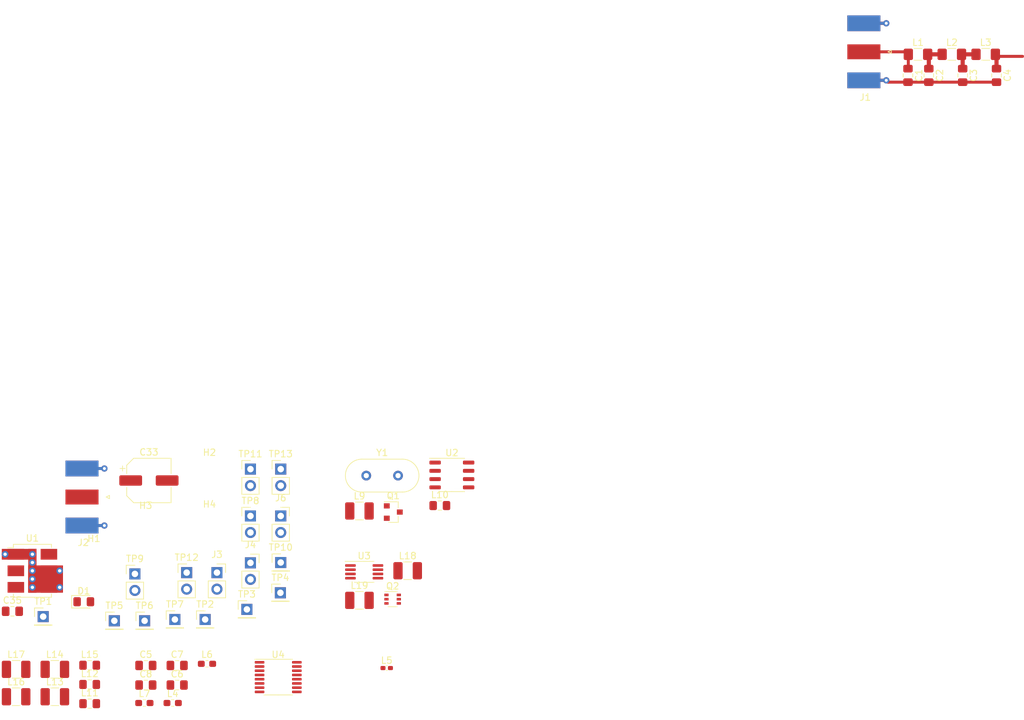
<source format=kicad_pcb>
(kicad_pcb (version 20171130) (host pcbnew 5.1.8)

  (general
    (thickness 1.6)
    (drawings 0)
    (tracks 16)
    (zones 0)
    (modules 58)
    (nets 36)
  )

  (page A4)
  (layers
    (0 F.Cu signal)
    (31 B.Cu signal)
    (32 B.Adhes user)
    (33 F.Adhes user)
    (34 B.Paste user)
    (35 F.Paste user)
    (36 B.SilkS user)
    (37 F.SilkS user)
    (38 B.Mask user)
    (39 F.Mask user)
    (40 Dwgs.User user)
    (41 Cmts.User user)
    (42 Eco1.User user)
    (43 Eco2.User user)
    (44 Edge.Cuts user)
    (45 Margin user)
    (46 B.CrtYd user)
    (47 F.CrtYd user)
    (48 B.Fab user)
    (49 F.Fab user)
  )

  (setup
    (last_trace_width 0.25)
    (user_trace_width 0.3)
    (user_trace_width 0.4572)
    (user_trace_width 0.508)
    (user_trace_width 0.635)
    (trace_clearance 0.2)
    (zone_clearance 0.508)
    (zone_45_only no)
    (trace_min 0.2)
    (via_size 0.8)
    (via_drill 0.4)
    (via_min_size 0.4)
    (via_min_drill 0.3)
    (uvia_size 0.3)
    (uvia_drill 0.1)
    (uvias_allowed no)
    (uvia_min_size 0.2)
    (uvia_min_drill 0.1)
    (edge_width 0.1)
    (segment_width 0.2)
    (pcb_text_width 0.3)
    (pcb_text_size 1.5 1.5)
    (mod_edge_width 0.15)
    (mod_text_size 1 1)
    (mod_text_width 0.15)
    (pad_size 1.524 1.524)
    (pad_drill 0.762)
    (pad_to_mask_clearance 0)
    (aux_axis_origin 0 0)
    (visible_elements FFFFFF7F)
    (pcbplotparams
      (layerselection 0x010fc_ffffffff)
      (usegerberextensions false)
      (usegerberattributes true)
      (usegerberadvancedattributes true)
      (creategerberjobfile true)
      (excludeedgelayer true)
      (linewidth 0.100000)
      (plotframeref false)
      (viasonmask false)
      (mode 1)
      (useauxorigin false)
      (hpglpennumber 1)
      (hpglpenspeed 20)
      (hpglpendiameter 15.000000)
      (psnegative false)
      (psa4output false)
      (plotreference true)
      (plotvalue true)
      (plotinvisibletext false)
      (padsonsilk false)
      (subtractmaskfromsilk false)
      (outputformat 1)
      (mirror false)
      (drillshape 1)
      (scaleselection 1)
      (outputdirectory ""))
  )

  (net 0 "")
  (net 1 GNDA)
  (net 2 "/30MHz LPF/IN")
  (net 3 "Net-(C2-Pad1)")
  (net 4 "Net-(C3-Pad1)")
  (net 5 /Attenuator/IN)
  (net 6 +5VA)
  (net 7 "/30MHz LPF/OUT")
  (net 8 "Net-(C6-Pad2)")
  (net 9 "Net-(C15-Pad2)")
  (net 10 "Net-(C16-Pad2)")
  (net 11 "Net-(C21-Pad1)")
  (net 12 /Sheet5FE333A0/In-)
  (net 13 /Sheet5FE333A0/In+)
  (net 14 "Net-(C29-Pad2)")
  (net 15 /Sheet5FE333A0/Out+)
  (net 16 /Sheet5FE333A0/Out-)
  (net 17 "Net-(C30-Pad1)")
  (net 18 "Net-(C31-Pad2)")
  (net 19 "Net-(C31-Pad1)")
  (net 20 "Net-(C32-Pad1)")
  (net 21 "Net-(J2-Pad1)")
  (net 22 /Attenuator/ATT_SEL0)
  (net 23 /Attenuator/ATT_SEL1)
  (net 24 /Sheet5FE3342E/Out+)
  (net 25 /Sheet5FE3342E/Out-)
  (net 26 /Attenuator/OUT)
  (net 27 "Net-(R29-Pad2)")
  (net 28 /Sheet5FE333A0/DC_CM)
  (net 29 /Attenuator/0dB)
  (net 30 "Net-(C36-Pad1)")
  (net 31 "Net-(R27-Pad1)")
  (net 32 "/37.4 MHz BPF/IN")
  (net 33 "/37.4 MHz BPF/OUT")
  (net 34 "/37.4 MHz Amp, and 2nd mixer/Out-")
  (net 35 "/37.4 MHz Amp, and 2nd mixer/Out+")

  (net_class Default "This is the default net class."
    (clearance 0.2)
    (trace_width 0.25)
    (via_dia 0.8)
    (via_drill 0.4)
    (uvia_dia 0.3)
    (uvia_drill 0.1)
    (add_net +5VA)
    (add_net "/30MHz LPF/IN")
    (add_net "/30MHz LPF/OUT")
    (add_net "/37.4 MHz Amp, and 2nd mixer/IN")
    (add_net "/37.4 MHz Amp, and 2nd mixer/Out+")
    (add_net "/37.4 MHz Amp, and 2nd mixer/Out-")
    (add_net "/37.4 MHz BPF/IN")
    (add_net "/37.4 MHz BPF/OUT")
    (add_net /Attenuator/0dB)
    (add_net /Attenuator/10dB_in)
    (add_net /Attenuator/10dB_out)
    (add_net /Attenuator/20dB_in)
    (add_net /Attenuator/20dB_out)
    (add_net /Attenuator/30dB_in)
    (add_net /Attenuator/30dB_out)
    (add_net /Attenuator/ATT_SEL0)
    (add_net /Attenuator/ATT_SEL1)
    (add_net /Attenuator/IN)
    (add_net /Attenuator/OUT)
    (add_net /Sheet5FE333A0/DC_CM)
    (add_net /Sheet5FE333A0/In+)
    (add_net /Sheet5FE333A0/In-)
    (add_net /Sheet5FE333A0/Out+)
    (add_net /Sheet5FE333A0/Out-)
    (add_net /Sheet5FE3342E/DC_CM)
    (add_net /Sheet5FE3342E/In+)
    (add_net /Sheet5FE3342E/In-)
    (add_net /Sheet5FE3342E/Out+)
    (add_net /Sheet5FE3342E/Out-)
    (add_net GND)
    (add_net GNDA)
    (add_net "Net-(C10-Pad1)")
    (add_net "Net-(C13-Pad1)")
    (add_net "Net-(C15-Pad2)")
    (add_net "Net-(C16-Pad2)")
    (add_net "Net-(C17-Pad1)")
    (add_net "Net-(C18-Pad1)")
    (add_net "Net-(C19-Pad1)")
    (add_net "Net-(C2-Pad1)")
    (add_net "Net-(C21-Pad1)")
    (add_net "Net-(C21-Pad2)")
    (add_net "Net-(C26-Pad1)")
    (add_net "Net-(C26-Pad2)")
    (add_net "Net-(C27-Pad1)")
    (add_net "Net-(C28-Pad1)")
    (add_net "Net-(C29-Pad2)")
    (add_net "Net-(C3-Pad1)")
    (add_net "Net-(C30-Pad1)")
    (add_net "Net-(C31-Pad1)")
    (add_net "Net-(C31-Pad2)")
    (add_net "Net-(C32-Pad1)")
    (add_net "Net-(C36-Pad1)")
    (add_net "Net-(C6-Pad2)")
    (add_net "Net-(D1-Pad2)")
    (add_net "Net-(J2-Pad1)")
    (add_net "Net-(L10-Pad2)")
    (add_net "Net-(Q2-Pad1)")
    (add_net "Net-(Q2-Pad4)")
    (add_net "Net-(R10-Pad1)")
    (add_net "Net-(R10-Pad2)")
    (add_net "Net-(R12-Pad1)")
    (add_net "Net-(R27-Pad1)")
    (add_net "Net-(R29-Pad2)")
    (add_net "Net-(R40-Pad2)")
  )

  (module Inductor_SMD:L_0402_1005Metric_Pad0.77x0.64mm_HandSolder (layer F.Cu) (tedit 5F6BBB3E) (tstamp 60038657)
    (at 85.2 178.8)
    (descr "Inductor SMD 0402 (1005 Metric), square (rectangular) end terminal, IPC_7351 nominal with elongated pad for handsoldering. (Body size source: http://www.tortai-tech.com/upload/download/2011102023233369053.pdf), generated with kicad-footprint-generator")
    (tags "inductor handsolder")
    (path /5FE33197/600471E0)
    (attr smd)
    (fp_text reference L5 (at 0 -1.17) (layer F.SilkS)
      (effects (font (size 1 1) (thickness 0.15)))
    )
    (fp_text value 39n (at 0 1.17) (layer F.Fab)
      (effects (font (size 1 1) (thickness 0.15)))
    )
    (fp_text user %R (at 0 0) (layer F.Fab)
      (effects (font (size 0.25 0.25) (thickness 0.04)))
    )
    (fp_line (start -0.5 0.25) (end -0.5 -0.25) (layer F.Fab) (width 0.1))
    (fp_line (start -0.5 -0.25) (end 0.5 -0.25) (layer F.Fab) (width 0.1))
    (fp_line (start 0.5 -0.25) (end 0.5 0.25) (layer F.Fab) (width 0.1))
    (fp_line (start 0.5 0.25) (end -0.5 0.25) (layer F.Fab) (width 0.1))
    (fp_line (start -0.1002 -0.36) (end 0.1002 -0.36) (layer F.SilkS) (width 0.12))
    (fp_line (start -0.1002 0.36) (end 0.1002 0.36) (layer F.SilkS) (width 0.12))
    (fp_line (start -1.1 0.47) (end -1.1 -0.47) (layer F.CrtYd) (width 0.05))
    (fp_line (start -1.1 -0.47) (end 1.1 -0.47) (layer F.CrtYd) (width 0.05))
    (fp_line (start 1.1 -0.47) (end 1.1 0.47) (layer F.CrtYd) (width 0.05))
    (fp_line (start 1.1 0.47) (end -1.1 0.47) (layer F.CrtYd) (width 0.05))
    (pad 2 smd roundrect (at 0.5725 0) (size 0.765 0.64) (layers F.Cu F.Paste F.Mask) (roundrect_rratio 0.25)
      (net 8 "Net-(C6-Pad2)"))
    (pad 1 smd roundrect (at -0.5725 0) (size 0.765 0.64) (layers F.Cu F.Paste F.Mask) (roundrect_rratio 0.25)
      (net 32 "/37.4 MHz BPF/IN"))
    (model ${KISYS3DMOD}/Inductor_SMD.3dshapes/L_0402_1005Metric.wrl
      (at (xyz 0 0 0))
      (scale (xyz 1 1 1))
      (rotate (xyz 0 0 0))
    )
  )

  (module Crystal:Crystal_HC49-U_Vertical (layer F.Cu) (tedit 5A1AD3B8) (tstamp 60034B8A)
    (at 82.06 149.24)
    (descr "Crystal THT HC-49/U http://5hertz.com/pdfs/04404_D.pdf")
    (tags "THT crystalHC-49/U")
    (path /5FE332ED/5FE62EAC)
    (fp_text reference Y1 (at 2.44 -3.525) (layer F.SilkS)
      (effects (font (size 1 1) (thickness 0.15)))
    )
    (fp_text value "28.636 MHz" (at 2.44 3.525) (layer F.Fab)
      (effects (font (size 1 1) (thickness 0.15)))
    )
    (fp_arc (start 5.565 0) (end 5.565 -2.525) (angle 180) (layer F.SilkS) (width 0.12))
    (fp_arc (start -0.685 0) (end -0.685 -2.525) (angle -180) (layer F.SilkS) (width 0.12))
    (fp_arc (start 5.44 0) (end 5.44 -2) (angle 180) (layer F.Fab) (width 0.1))
    (fp_arc (start -0.56 0) (end -0.56 -2) (angle -180) (layer F.Fab) (width 0.1))
    (fp_arc (start 5.565 0) (end 5.565 -2.325) (angle 180) (layer F.Fab) (width 0.1))
    (fp_arc (start -0.685 0) (end -0.685 -2.325) (angle -180) (layer F.Fab) (width 0.1))
    (fp_text user %R (at 2.44 0) (layer F.Fab)
      (effects (font (size 1 1) (thickness 0.15)))
    )
    (fp_line (start -0.685 -2.325) (end 5.565 -2.325) (layer F.Fab) (width 0.1))
    (fp_line (start -0.685 2.325) (end 5.565 2.325) (layer F.Fab) (width 0.1))
    (fp_line (start -0.56 -2) (end 5.44 -2) (layer F.Fab) (width 0.1))
    (fp_line (start -0.56 2) (end 5.44 2) (layer F.Fab) (width 0.1))
    (fp_line (start -0.685 -2.525) (end 5.565 -2.525) (layer F.SilkS) (width 0.12))
    (fp_line (start -0.685 2.525) (end 5.565 2.525) (layer F.SilkS) (width 0.12))
    (fp_line (start -3.5 -2.8) (end -3.5 2.8) (layer F.CrtYd) (width 0.05))
    (fp_line (start -3.5 2.8) (end 8.4 2.8) (layer F.CrtYd) (width 0.05))
    (fp_line (start 8.4 2.8) (end 8.4 -2.8) (layer F.CrtYd) (width 0.05))
    (fp_line (start 8.4 -2.8) (end -3.5 -2.8) (layer F.CrtYd) (width 0.05))
    (pad 2 thru_hole circle (at 4.88 0) (size 1.5 1.5) (drill 0.8) (layers *.Cu *.Mask)
      (net 1 GNDA))
    (pad 1 thru_hole circle (at 0 0) (size 1.5 1.5) (drill 0.8) (layers *.Cu *.Mask)
      (net 11 "Net-(C21-Pad1)"))
    (model ${KISYS3DMOD}/Crystal.3dshapes/Crystal_HC49-U_Vertical.wrl
      (at (xyz 0 0 0))
      (scale (xyz 1 1 1))
      (rotate (xyz 0 0 0))
    )
  )

  (module Package_SO:TSSOP-16_4.4x5mm_P0.65mm (layer F.Cu) (tedit 5E476F32) (tstamp 60034B73)
    (at 68.53 180.19)
    (descr "TSSOP, 16 Pin (JEDEC MO-153 Var AB https://www.jedec.org/document_search?search_api_views_fulltext=MO-153), generated with kicad-footprint-generator ipc_gullwing_generator.py")
    (tags "TSSOP SO")
    (path /5FE31E1E/5FE50A6B)
    (attr smd)
    (fp_text reference U4 (at 0 -3.45) (layer F.SilkS)
      (effects (font (size 1 1) (thickness 0.15)))
    )
    (fp_text value FST3253 (at 0 3.45) (layer F.Fab)
      (effects (font (size 1 1) (thickness 0.15)))
    )
    (fp_text user %R (at 0 0) (layer F.Fab)
      (effects (font (size 1 1) (thickness 0.15)))
    )
    (fp_line (start 0 2.735) (end 2.2 2.735) (layer F.SilkS) (width 0.12))
    (fp_line (start 0 2.735) (end -2.2 2.735) (layer F.SilkS) (width 0.12))
    (fp_line (start 0 -2.735) (end 2.2 -2.735) (layer F.SilkS) (width 0.12))
    (fp_line (start 0 -2.735) (end -3.6 -2.735) (layer F.SilkS) (width 0.12))
    (fp_line (start -1.2 -2.5) (end 2.2 -2.5) (layer F.Fab) (width 0.1))
    (fp_line (start 2.2 -2.5) (end 2.2 2.5) (layer F.Fab) (width 0.1))
    (fp_line (start 2.2 2.5) (end -2.2 2.5) (layer F.Fab) (width 0.1))
    (fp_line (start -2.2 2.5) (end -2.2 -1.5) (layer F.Fab) (width 0.1))
    (fp_line (start -2.2 -1.5) (end -1.2 -2.5) (layer F.Fab) (width 0.1))
    (fp_line (start -3.85 -2.75) (end -3.85 2.75) (layer F.CrtYd) (width 0.05))
    (fp_line (start -3.85 2.75) (end 3.85 2.75) (layer F.CrtYd) (width 0.05))
    (fp_line (start 3.85 2.75) (end 3.85 -2.75) (layer F.CrtYd) (width 0.05))
    (fp_line (start 3.85 -2.75) (end -3.85 -2.75) (layer F.CrtYd) (width 0.05))
    (pad 16 smd roundrect (at 2.8625 -2.275) (size 1.475 0.4) (layers F.Cu F.Paste F.Mask) (roundrect_rratio 0.25)
      (net 6 +5VA))
    (pad 15 smd roundrect (at 2.8625 -1.625) (size 1.475 0.4) (layers F.Cu F.Paste F.Mask) (roundrect_rratio 0.25)
      (net 1 GNDA))
    (pad 14 smd roundrect (at 2.8625 -0.975) (size 1.475 0.4) (layers F.Cu F.Paste F.Mask) (roundrect_rratio 0.25)
      (net 22 /Attenuator/ATT_SEL0))
    (pad 13 smd roundrect (at 2.8625 -0.325) (size 1.475 0.4) (layers F.Cu F.Paste F.Mask) (roundrect_rratio 0.25))
    (pad 12 smd roundrect (at 2.8625 0.325) (size 1.475 0.4) (layers F.Cu F.Paste F.Mask) (roundrect_rratio 0.25))
    (pad 11 smd roundrect (at 2.8625 0.975) (size 1.475 0.4) (layers F.Cu F.Paste F.Mask) (roundrect_rratio 0.25))
    (pad 10 smd roundrect (at 2.8625 1.625) (size 1.475 0.4) (layers F.Cu F.Paste F.Mask) (roundrect_rratio 0.25)
      (net 29 /Attenuator/0dB))
    (pad 9 smd roundrect (at 2.8625 2.275) (size 1.475 0.4) (layers F.Cu F.Paste F.Mask) (roundrect_rratio 0.25)
      (net 26 /Attenuator/OUT))
    (pad 8 smd roundrect (at -2.8625 2.275) (size 1.475 0.4) (layers F.Cu F.Paste F.Mask) (roundrect_rratio 0.25)
      (net 1 GNDA))
    (pad 7 smd roundrect (at -2.8625 1.625) (size 1.475 0.4) (layers F.Cu F.Paste F.Mask) (roundrect_rratio 0.25)
      (net 5 /Attenuator/IN))
    (pad 6 smd roundrect (at -2.8625 0.975) (size 1.475 0.4) (layers F.Cu F.Paste F.Mask) (roundrect_rratio 0.25)
      (net 29 /Attenuator/0dB))
    (pad 5 smd roundrect (at -2.8625 0.325) (size 1.475 0.4) (layers F.Cu F.Paste F.Mask) (roundrect_rratio 0.25))
    (pad 4 smd roundrect (at -2.8625 -0.325) (size 1.475 0.4) (layers F.Cu F.Paste F.Mask) (roundrect_rratio 0.25))
    (pad 3 smd roundrect (at -2.8625 -0.975) (size 1.475 0.4) (layers F.Cu F.Paste F.Mask) (roundrect_rratio 0.25))
    (pad 2 smd roundrect (at -2.8625 -1.625) (size 1.475 0.4) (layers F.Cu F.Paste F.Mask) (roundrect_rratio 0.25)
      (net 23 /Attenuator/ATT_SEL1))
    (pad 1 smd roundrect (at -2.8625 -2.275) (size 1.475 0.4) (layers F.Cu F.Paste F.Mask) (roundrect_rratio 0.25)
      (net 1 GNDA))
    (model ${KISYS3DMOD}/Package_SO.3dshapes/TSSOP-16_4.4x5mm_P0.65mm.wrl
      (at (xyz 0 0 0))
      (scale (xyz 1 1 1))
      (rotate (xyz 0 0 0))
    )
  )

  (module Package_SO:MSOP-8_3x3mm_P0.65mm (layer F.Cu) (tedit 5E509FDD) (tstamp 60034B51)
    (at 81.74 164.02)
    (descr "MSOP, 8 Pin (https://www.jedec.org/system/files/docs/mo-187F.pdf variant AA), generated with kicad-footprint-generator ipc_gullwing_generator.py")
    (tags "MSOP SO")
    (path /5FE3342F/5FEA4D4E)
    (attr smd)
    (fp_text reference U3 (at 0 -2.45) (layer F.SilkS)
      (effects (font (size 1 1) (thickness 0.15)))
    )
    (fp_text value MCP6D11 (at 0 2.45) (layer F.Fab)
      (effects (font (size 1 1) (thickness 0.15)))
    )
    (fp_text user %R (at 0 0) (layer F.Fab)
      (effects (font (size 0.75 0.75) (thickness 0.11)))
    )
    (fp_line (start 0 1.61) (end 1.5 1.61) (layer F.SilkS) (width 0.12))
    (fp_line (start 0 1.61) (end -1.5 1.61) (layer F.SilkS) (width 0.12))
    (fp_line (start 0 -1.61) (end 1.5 -1.61) (layer F.SilkS) (width 0.12))
    (fp_line (start 0 -1.61) (end -2.925 -1.61) (layer F.SilkS) (width 0.12))
    (fp_line (start -0.75 -1.5) (end 1.5 -1.5) (layer F.Fab) (width 0.1))
    (fp_line (start 1.5 -1.5) (end 1.5 1.5) (layer F.Fab) (width 0.1))
    (fp_line (start 1.5 1.5) (end -1.5 1.5) (layer F.Fab) (width 0.1))
    (fp_line (start -1.5 1.5) (end -1.5 -0.75) (layer F.Fab) (width 0.1))
    (fp_line (start -1.5 -0.75) (end -0.75 -1.5) (layer F.Fab) (width 0.1))
    (fp_line (start -3.18 -1.75) (end -3.18 1.75) (layer F.CrtYd) (width 0.05))
    (fp_line (start -3.18 1.75) (end 3.18 1.75) (layer F.CrtYd) (width 0.05))
    (fp_line (start 3.18 1.75) (end 3.18 -1.75) (layer F.CrtYd) (width 0.05))
    (fp_line (start 3.18 -1.75) (end -3.18 -1.75) (layer F.CrtYd) (width 0.05))
    (pad 8 smd roundrect (at 2.1125 -0.975) (size 1.625 0.4) (layers F.Cu F.Paste F.Mask) (roundrect_rratio 0.25))
    (pad 7 smd roundrect (at 2.1125 -0.325) (size 1.625 0.4) (layers F.Cu F.Paste F.Mask) (roundrect_rratio 0.25)
      (net 6 +5VA))
    (pad 6 smd roundrect (at 2.1125 0.325) (size 1.625 0.4) (layers F.Cu F.Paste F.Mask) (roundrect_rratio 0.25))
    (pad 5 smd roundrect (at 2.1125 0.975) (size 1.625 0.4) (layers F.Cu F.Paste F.Mask) (roundrect_rratio 0.25))
    (pad 4 smd roundrect (at -2.1125 0.975) (size 1.625 0.4) (layers F.Cu F.Paste F.Mask) (roundrect_rratio 0.25))
    (pad 3 smd roundrect (at -2.1125 0.325) (size 1.625 0.4) (layers F.Cu F.Paste F.Mask) (roundrect_rratio 0.25)
      (net 6 +5VA))
    (pad 2 smd roundrect (at -2.1125 -0.325) (size 1.625 0.4) (layers F.Cu F.Paste F.Mask) (roundrect_rratio 0.25))
    (pad 1 smd roundrect (at -2.1125 -0.975) (size 1.625 0.4) (layers F.Cu F.Paste F.Mask) (roundrect_rratio 0.25))
    (model ${KISYS3DMOD}/Package_SO.3dshapes/MSOP-8_3x3mm_P0.65mm.wrl
      (at (xyz 0 0 0))
      (scale (xyz 1 1 1))
      (rotate (xyz 0 0 0))
    )
  )

  (module Package_SO:SO-8_3.9x4.9mm_P1.27mm (layer F.Cu) (tedit 5D9F72B1) (tstamp 60034B37)
    (at 95.21 149.14)
    (descr "SO, 8 Pin (https://www.nxp.com/docs/en/data-sheet/PCF8523.pdf), generated with kicad-footprint-generator ipc_gullwing_generator.py")
    (tags "SO SO")
    (path /5FE332ED/5FE54485)
    (attr smd)
    (fp_text reference U2 (at 0 -3.4) (layer F.SilkS)
      (effects (font (size 1 1) (thickness 0.15)))
    )
    (fp_text value SA612 (at 0 3.4) (layer F.Fab)
      (effects (font (size 1 1) (thickness 0.15)))
    )
    (fp_text user %R (at 0 0) (layer F.Fab)
      (effects (font (size 0.98 0.98) (thickness 0.15)))
    )
    (fp_line (start 0 2.56) (end 1.95 2.56) (layer F.SilkS) (width 0.12))
    (fp_line (start 0 2.56) (end -1.95 2.56) (layer F.SilkS) (width 0.12))
    (fp_line (start 0 -2.56) (end 1.95 -2.56) (layer F.SilkS) (width 0.12))
    (fp_line (start 0 -2.56) (end -3.45 -2.56) (layer F.SilkS) (width 0.12))
    (fp_line (start -0.975 -2.45) (end 1.95 -2.45) (layer F.Fab) (width 0.1))
    (fp_line (start 1.95 -2.45) (end 1.95 2.45) (layer F.Fab) (width 0.1))
    (fp_line (start 1.95 2.45) (end -1.95 2.45) (layer F.Fab) (width 0.1))
    (fp_line (start -1.95 2.45) (end -1.95 -1.475) (layer F.Fab) (width 0.1))
    (fp_line (start -1.95 -1.475) (end -0.975 -2.45) (layer F.Fab) (width 0.1))
    (fp_line (start -3.7 -2.7) (end -3.7 2.7) (layer F.CrtYd) (width 0.05))
    (fp_line (start -3.7 2.7) (end 3.7 2.7) (layer F.CrtYd) (width 0.05))
    (fp_line (start 3.7 2.7) (end 3.7 -2.7) (layer F.CrtYd) (width 0.05))
    (fp_line (start 3.7 -2.7) (end -3.7 -2.7) (layer F.CrtYd) (width 0.05))
    (pad 8 smd roundrect (at 2.575 -1.905) (size 1.75 0.6) (layers F.Cu F.Paste F.Mask) (roundrect_rratio 0.25))
    (pad 7 smd roundrect (at 2.575 -0.635) (size 1.75 0.6) (layers F.Cu F.Paste F.Mask) (roundrect_rratio 0.25)
      (net 11 "Net-(C21-Pad1)"))
    (pad 6 smd roundrect (at 2.575 0.635) (size 1.75 0.6) (layers F.Cu F.Paste F.Mask) (roundrect_rratio 0.25))
    (pad 5 smd roundrect (at 2.575 1.905) (size 1.75 0.6) (layers F.Cu F.Paste F.Mask) (roundrect_rratio 0.25)
      (net 34 "/37.4 MHz Amp, and 2nd mixer/Out-"))
    (pad 4 smd roundrect (at -2.575 1.905) (size 1.75 0.6) (layers F.Cu F.Paste F.Mask) (roundrect_rratio 0.25)
      (net 35 "/37.4 MHz Amp, and 2nd mixer/Out+"))
    (pad 3 smd roundrect (at -2.575 0.635) (size 1.75 0.6) (layers F.Cu F.Paste F.Mask) (roundrect_rratio 0.25)
      (net 1 GNDA))
    (pad 2 smd roundrect (at -2.575 -0.635) (size 1.75 0.6) (layers F.Cu F.Paste F.Mask) (roundrect_rratio 0.25))
    (pad 1 smd roundrect (at -2.575 -1.905) (size 1.75 0.6) (layers F.Cu F.Paste F.Mask) (roundrect_rratio 0.25))
    (model ${KISYS3DMOD}/Package_SO.3dshapes/SO-8_3.9x4.9mm_P1.27mm.wrl
      (at (xyz 0 0 0))
      (scale (xyz 1 1 1))
      (rotate (xyz 0 0 0))
    )
  )

  (module RF_Mini-Circuits:Mini-Circuits_CD542_LandPatternPL-052 (layer F.Cu) (tedit 5C180669) (tstamp 60034B1D)
    (at 30.77 163.86)
    (descr "Footprint for Mini-Circuits case CD542 (https://ww2.minicircuits.com/case_style/CD542.pdf) using land-pattern PL-052, including GND-vias (https://ww2.minicircuits.com/pcb/98-pl052.pdf)")
    (tags "MiniCircuits PL-052 CD542")
    (path /5FE32B05)
    (attr smd)
    (fp_text reference U1 (at 0 -5) (layer F.SilkS)
      (effects (font (size 1 1) (thickness 0.15)))
    )
    (fp_text value ADE-1H+ (at 0 5.2) (layer F.Fab)
      (effects (font (size 1.2 1.2) (thickness 0.2)))
    )
    (fp_text user %R (at 0 0 90) (layer F.Fab)
      (effects (font (size 1 1) (thickness 0.15)))
    )
    (fp_line (start -2.794 -2.667) (end -2.794 3.937) (layer F.Fab) (width 0.1))
    (fp_line (start 2.794 -3.937) (end -1.524 -3.937) (layer F.Fab) (width 0.1))
    (fp_line (start 2.794 3.937) (end 2.794 -3.937) (layer F.Fab) (width 0.1))
    (fp_line (start -2.794 3.937) (end 2.794 3.937) (layer F.Fab) (width 0.1))
    (fp_line (start 2.921 -3.556) (end 2.921 -4.064) (layer F.SilkS) (width 0.12))
    (fp_line (start 2.921 -4.064) (end -2.921 -4.064) (layer F.SilkS) (width 0.12))
    (fp_line (start -2.921 -4.064) (end -2.921 -3.556) (layer F.SilkS) (width 0.12))
    (fp_line (start -2.921 -3.556) (end -3.81 -3.556) (layer F.SilkS) (width 0.12))
    (fp_line (start -2.921 3.556) (end -2.921 4.064) (layer F.SilkS) (width 0.12))
    (fp_line (start -2.921 4.064) (end 2.921 4.064) (layer F.SilkS) (width 0.12))
    (fp_line (start 2.921 4.064) (end 2.921 3.556) (layer F.SilkS) (width 0.12))
    (fp_line (start -1.524 -3.937) (end -2.794 -2.667) (layer F.Fab) (width 0.1))
    (fp_line (start -4.95 -4.19) (end 4.95 -4.19) (layer F.CrtYd) (width 0.05))
    (fp_line (start -4.95 -4.19) (end -4.95 4.19) (layer F.CrtYd) (width 0.05))
    (fp_line (start 4.95 4.19) (end 4.95 -4.19) (layer F.CrtYd) (width 0.05))
    (fp_line (start 4.95 4.19) (end -4.95 4.19) (layer F.CrtYd) (width 0.05))
    (pad 4 smd rect (at 2.032 1.27) (size 5.334 4.191) (layers F.Cu)
      (net 1 GNDA) (zone_connect 2))
    (pad 1 smd rect (at -2.54 -2.54) (size 2.54 1.651) (layers F.Cu F.Paste F.Mask)
      (net 1 GNDA) (zone_connect 2))
    (pad 2 smd rect (at -2.54 0) (size 2.54 1.651) (layers F.Cu F.Paste F.Mask)
      (net 27 "Net-(R29-Pad2)") (clearance 0.635))
    (pad 3 smd rect (at -2.54 2.54) (size 2.54 1.651) (layers F.Cu F.Paste F.Mask)
      (net 31 "Net-(R27-Pad1)") (clearance 0.635))
    (pad 6 smd rect (at 2.54 -2.54) (size 2.54 1.651) (layers F.Cu F.Paste F.Mask)
      (net 21 "Net-(J2-Pad1)") (clearance 0.635))
    (pad 5 smd rect (at 2.54 0) (size 2.54 1.651) (layers F.Cu F.Paste F.Mask)
      (net 1 GNDA) (zone_connect 2))
    (pad 4 smd rect (at 2.54 2.54) (size 2.54 1.651) (layers F.Cu F.Paste F.Mask)
      (net 1 GNDA) (zone_connect 2))
    (pad 1 thru_hole circle (at -4.191 -2.54) (size 1.016 1.016) (drill 0.508) (layers *.Cu)
      (net 1 GNDA) (zone_connect 2))
    (pad 5 thru_hole circle (at 4.191 0) (size 1.016 1.016) (drill 0.508) (layers *.Cu)
      (net 1 GNDA) (zone_connect 2))
    (pad 4 thru_hole circle (at 4.191 2.54) (size 1.016 1.016) (drill 0.508) (layers *.Cu)
      (net 1 GNDA) (zone_connect 2))
    (pad 1 smd rect (at -2.032 -2.54) (size 5.334 1.651) (layers F.Cu)
      (net 1 GNDA) (zone_connect 2))
    (pad 1 thru_hole circle (at 0 -2.54) (size 1.016 1.016) (drill 0.508) (layers *.Cu)
      (net 1 GNDA) (zone_connect 2))
    (pad 1 thru_hole circle (at 0 -1.27) (size 1.016 1.016) (drill 0.508) (layers *.Cu)
      (net 1 GNDA) (zone_connect 2))
    (pad 1 thru_hole circle (at 0 0) (size 1.016 1.016) (drill 0.508) (layers *.Cu)
      (net 1 GNDA) (zone_connect 2))
    (pad 1 thru_hole circle (at 0 1.27) (size 1.016 1.016) (drill 0.508) (layers *.Cu)
      (net 1 GNDA) (zone_connect 2))
    (pad 1 thru_hole circle (at 0 2.54) (size 1.016 1.016) (drill 0.508) (layers *.Cu)
      (net 1 GNDA) (zone_connect 2))
    (pad 1 smd rect (at 0 0) (size 1.27 6.731) (layers F.Cu)
      (net 1 GNDA) (zone_connect 2))
    (model ${KISYS3DMOD}/RF_Mini-Circuits.3dshapes/Mini-Circuits_CD542.wrl
      (at (xyz 0 0 0))
      (scale (xyz 1 1 1))
      (rotate (xyz 0 0 0))
    )
  )

  (module Connector_PinHeader_2.54mm:PinHeader_1x02_P2.54mm_Vertical (layer F.Cu) (tedit 59FED5CC) (tstamp 60034AF7)
    (at 68.92 148.24)
    (descr "Through hole straight pin header, 1x02, 2.54mm pitch, single row")
    (tags "Through hole pin header THT 1x02 2.54mm single row")
    (path /600C84D5)
    (fp_text reference TP13 (at 0 -2.33) (layer F.SilkS)
      (effects (font (size 1 1) (thickness 0.15)))
    )
    (fp_text value TestPoint_2Pole (at 0 4.87) (layer F.Fab)
      (effects (font (size 1 1) (thickness 0.15)))
    )
    (fp_text user %R (at 0 1.27 90) (layer F.Fab)
      (effects (font (size 1 1) (thickness 0.15)))
    )
    (fp_line (start -0.635 -1.27) (end 1.27 -1.27) (layer F.Fab) (width 0.1))
    (fp_line (start 1.27 -1.27) (end 1.27 3.81) (layer F.Fab) (width 0.1))
    (fp_line (start 1.27 3.81) (end -1.27 3.81) (layer F.Fab) (width 0.1))
    (fp_line (start -1.27 3.81) (end -1.27 -0.635) (layer F.Fab) (width 0.1))
    (fp_line (start -1.27 -0.635) (end -0.635 -1.27) (layer F.Fab) (width 0.1))
    (fp_line (start -1.33 3.87) (end 1.33 3.87) (layer F.SilkS) (width 0.12))
    (fp_line (start -1.33 1.27) (end -1.33 3.87) (layer F.SilkS) (width 0.12))
    (fp_line (start 1.33 1.27) (end 1.33 3.87) (layer F.SilkS) (width 0.12))
    (fp_line (start -1.33 1.27) (end 1.33 1.27) (layer F.SilkS) (width 0.12))
    (fp_line (start -1.33 0) (end -1.33 -1.33) (layer F.SilkS) (width 0.12))
    (fp_line (start -1.33 -1.33) (end 0 -1.33) (layer F.SilkS) (width 0.12))
    (fp_line (start -1.8 -1.8) (end -1.8 4.35) (layer F.CrtYd) (width 0.05))
    (fp_line (start -1.8 4.35) (end 1.8 4.35) (layer F.CrtYd) (width 0.05))
    (fp_line (start 1.8 4.35) (end 1.8 -1.8) (layer F.CrtYd) (width 0.05))
    (fp_line (start 1.8 -1.8) (end -1.8 -1.8) (layer F.CrtYd) (width 0.05))
    (pad 2 thru_hole oval (at 0 2.54) (size 1.7 1.7) (drill 1) (layers *.Cu *.Mask)
      (net 25 /Sheet5FE3342E/Out-))
    (pad 1 thru_hole rect (at 0 0) (size 1.7 1.7) (drill 1) (layers *.Cu *.Mask)
      (net 24 /Sheet5FE3342E/Out+))
    (model ${KISYS3DMOD}/Connector_PinHeader_2.54mm.3dshapes/PinHeader_1x02_P2.54mm_Vertical.wrl
      (at (xyz 0 0 0))
      (scale (xyz 1 1 1))
      (rotate (xyz 0 0 0))
    )
  )

  (module Connector_PinHeader_2.54mm:PinHeader_1x02_P2.54mm_Vertical (layer F.Cu) (tedit 59FED5CC) (tstamp 60034AE1)
    (at 54.47 164.14)
    (descr "Through hole straight pin header, 1x02, 2.54mm pitch, single row")
    (tags "Through hole pin header THT 1x02 2.54mm single row")
    (path /600AF8CD)
    (fp_text reference TP12 (at 0 -2.33) (layer F.SilkS)
      (effects (font (size 1 1) (thickness 0.15)))
    )
    (fp_text value TestPoint_2Pole (at 0 4.87) (layer F.Fab)
      (effects (font (size 1 1) (thickness 0.15)))
    )
    (fp_text user %R (at 0 1.27 90) (layer F.Fab)
      (effects (font (size 1 1) (thickness 0.15)))
    )
    (fp_line (start -0.635 -1.27) (end 1.27 -1.27) (layer F.Fab) (width 0.1))
    (fp_line (start 1.27 -1.27) (end 1.27 3.81) (layer F.Fab) (width 0.1))
    (fp_line (start 1.27 3.81) (end -1.27 3.81) (layer F.Fab) (width 0.1))
    (fp_line (start -1.27 3.81) (end -1.27 -0.635) (layer F.Fab) (width 0.1))
    (fp_line (start -1.27 -0.635) (end -0.635 -1.27) (layer F.Fab) (width 0.1))
    (fp_line (start -1.33 3.87) (end 1.33 3.87) (layer F.SilkS) (width 0.12))
    (fp_line (start -1.33 1.27) (end -1.33 3.87) (layer F.SilkS) (width 0.12))
    (fp_line (start 1.33 1.27) (end 1.33 3.87) (layer F.SilkS) (width 0.12))
    (fp_line (start -1.33 1.27) (end 1.33 1.27) (layer F.SilkS) (width 0.12))
    (fp_line (start -1.33 0) (end -1.33 -1.33) (layer F.SilkS) (width 0.12))
    (fp_line (start -1.33 -1.33) (end 0 -1.33) (layer F.SilkS) (width 0.12))
    (fp_line (start -1.8 -1.8) (end -1.8 4.35) (layer F.CrtYd) (width 0.05))
    (fp_line (start -1.8 4.35) (end 1.8 4.35) (layer F.CrtYd) (width 0.05))
    (fp_line (start 1.8 4.35) (end 1.8 -1.8) (layer F.CrtYd) (width 0.05))
    (fp_line (start 1.8 -1.8) (end -1.8 -1.8) (layer F.CrtYd) (width 0.05))
    (pad 2 thru_hole oval (at 0 2.54) (size 1.7 1.7) (drill 1) (layers *.Cu *.Mask))
    (pad 1 thru_hole rect (at 0 0) (size 1.7 1.7) (drill 1) (layers *.Cu *.Mask))
    (model ${KISYS3DMOD}/Connector_PinHeader_2.54mm.3dshapes/PinHeader_1x02_P2.54mm_Vertical.wrl
      (at (xyz 0 0 0))
      (scale (xyz 1 1 1))
      (rotate (xyz 0 0 0))
    )
  )

  (module Connector_PinHeader_2.54mm:PinHeader_1x02_P2.54mm_Vertical (layer F.Cu) (tedit 59FED5CC) (tstamp 60034ACB)
    (at 64.27 148.24)
    (descr "Through hole straight pin header, 1x02, 2.54mm pitch, single row")
    (tags "Through hole pin header THT 1x02 2.54mm single row")
    (path /600AAF52)
    (fp_text reference TP11 (at 0 -2.33) (layer F.SilkS)
      (effects (font (size 1 1) (thickness 0.15)))
    )
    (fp_text value TestPoint_2Pole (at 0 4.87) (layer F.Fab)
      (effects (font (size 1 1) (thickness 0.15)))
    )
    (fp_text user %R (at 0 1.27 90) (layer F.Fab)
      (effects (font (size 1 1) (thickness 0.15)))
    )
    (fp_line (start -0.635 -1.27) (end 1.27 -1.27) (layer F.Fab) (width 0.1))
    (fp_line (start 1.27 -1.27) (end 1.27 3.81) (layer F.Fab) (width 0.1))
    (fp_line (start 1.27 3.81) (end -1.27 3.81) (layer F.Fab) (width 0.1))
    (fp_line (start -1.27 3.81) (end -1.27 -0.635) (layer F.Fab) (width 0.1))
    (fp_line (start -1.27 -0.635) (end -0.635 -1.27) (layer F.Fab) (width 0.1))
    (fp_line (start -1.33 3.87) (end 1.33 3.87) (layer F.SilkS) (width 0.12))
    (fp_line (start -1.33 1.27) (end -1.33 3.87) (layer F.SilkS) (width 0.12))
    (fp_line (start 1.33 1.27) (end 1.33 3.87) (layer F.SilkS) (width 0.12))
    (fp_line (start -1.33 1.27) (end 1.33 1.27) (layer F.SilkS) (width 0.12))
    (fp_line (start -1.33 0) (end -1.33 -1.33) (layer F.SilkS) (width 0.12))
    (fp_line (start -1.33 -1.33) (end 0 -1.33) (layer F.SilkS) (width 0.12))
    (fp_line (start -1.8 -1.8) (end -1.8 4.35) (layer F.CrtYd) (width 0.05))
    (fp_line (start -1.8 4.35) (end 1.8 4.35) (layer F.CrtYd) (width 0.05))
    (fp_line (start 1.8 4.35) (end 1.8 -1.8) (layer F.CrtYd) (width 0.05))
    (fp_line (start 1.8 -1.8) (end -1.8 -1.8) (layer F.CrtYd) (width 0.05))
    (pad 2 thru_hole oval (at 0 2.54) (size 1.7 1.7) (drill 1) (layers *.Cu *.Mask)
      (net 16 /Sheet5FE333A0/Out-))
    (pad 1 thru_hole rect (at 0 0) (size 1.7 1.7) (drill 1) (layers *.Cu *.Mask)
      (net 15 /Sheet5FE333A0/Out+))
    (model ${KISYS3DMOD}/Connector_PinHeader_2.54mm.3dshapes/PinHeader_1x02_P2.54mm_Vertical.wrl
      (at (xyz 0 0 0))
      (scale (xyz 1 1 1))
      (rotate (xyz 0 0 0))
    )
  )

  (module Connector_PinHeader_2.54mm:PinHeader_1x01_P2.54mm_Vertical (layer F.Cu) (tedit 59FED5CC) (tstamp 60034AB5)
    (at 68.92 162.59)
    (descr "Through hole straight pin header, 1x01, 2.54mm pitch, single row")
    (tags "Through hole pin header THT 1x01 2.54mm single row")
    (path /60074A08)
    (fp_text reference TP10 (at 0 -2.33) (layer F.SilkS)
      (effects (font (size 1 1) (thickness 0.15)))
    )
    (fp_text value TestPoint (at 0 2.33) (layer F.Fab)
      (effects (font (size 1 1) (thickness 0.15)))
    )
    (fp_text user %R (at 0 0 90) (layer F.Fab)
      (effects (font (size 1 1) (thickness 0.15)))
    )
    (fp_line (start -0.635 -1.27) (end 1.27 -1.27) (layer F.Fab) (width 0.1))
    (fp_line (start 1.27 -1.27) (end 1.27 1.27) (layer F.Fab) (width 0.1))
    (fp_line (start 1.27 1.27) (end -1.27 1.27) (layer F.Fab) (width 0.1))
    (fp_line (start -1.27 1.27) (end -1.27 -0.635) (layer F.Fab) (width 0.1))
    (fp_line (start -1.27 -0.635) (end -0.635 -1.27) (layer F.Fab) (width 0.1))
    (fp_line (start -1.33 1.33) (end 1.33 1.33) (layer F.SilkS) (width 0.12))
    (fp_line (start -1.33 1.27) (end -1.33 1.33) (layer F.SilkS) (width 0.12))
    (fp_line (start 1.33 1.27) (end 1.33 1.33) (layer F.SilkS) (width 0.12))
    (fp_line (start -1.33 1.27) (end 1.33 1.27) (layer F.SilkS) (width 0.12))
    (fp_line (start -1.33 0) (end -1.33 -1.33) (layer F.SilkS) (width 0.12))
    (fp_line (start -1.33 -1.33) (end 0 -1.33) (layer F.SilkS) (width 0.12))
    (fp_line (start -1.8 -1.8) (end -1.8 1.8) (layer F.CrtYd) (width 0.05))
    (fp_line (start -1.8 1.8) (end 1.8 1.8) (layer F.CrtYd) (width 0.05))
    (fp_line (start 1.8 1.8) (end 1.8 -1.8) (layer F.CrtYd) (width 0.05))
    (fp_line (start 1.8 -1.8) (end -1.8 -1.8) (layer F.CrtYd) (width 0.05))
    (pad 1 thru_hole rect (at 0 0) (size 1.7 1.7) (drill 1) (layers *.Cu *.Mask)
      (net 33 "/37.4 MHz BPF/OUT"))
    (model ${KISYS3DMOD}/Connector_PinHeader_2.54mm.3dshapes/PinHeader_1x01_P2.54mm_Vertical.wrl
      (at (xyz 0 0 0))
      (scale (xyz 1 1 1))
      (rotate (xyz 0 0 0))
    )
  )

  (module Connector_PinHeader_2.54mm:PinHeader_1x02_P2.54mm_Vertical (layer F.Cu) (tedit 59FED5CC) (tstamp 60034AA0)
    (at 46.52 164.34)
    (descr "Through hole straight pin header, 1x02, 2.54mm pitch, single row")
    (tags "Through hole pin header THT 1x02 2.54mm single row")
    (path /60091E94)
    (fp_text reference TP9 (at 0 -2.33) (layer F.SilkS)
      (effects (font (size 1 1) (thickness 0.15)))
    )
    (fp_text value TestPoint_2Pole (at 0 4.87) (layer F.Fab)
      (effects (font (size 1 1) (thickness 0.15)))
    )
    (fp_text user %R (at 0 1.27 90) (layer F.Fab)
      (effects (font (size 1 1) (thickness 0.15)))
    )
    (fp_line (start -0.635 -1.27) (end 1.27 -1.27) (layer F.Fab) (width 0.1))
    (fp_line (start 1.27 -1.27) (end 1.27 3.81) (layer F.Fab) (width 0.1))
    (fp_line (start 1.27 3.81) (end -1.27 3.81) (layer F.Fab) (width 0.1))
    (fp_line (start -1.27 3.81) (end -1.27 -0.635) (layer F.Fab) (width 0.1))
    (fp_line (start -1.27 -0.635) (end -0.635 -1.27) (layer F.Fab) (width 0.1))
    (fp_line (start -1.33 3.87) (end 1.33 3.87) (layer F.SilkS) (width 0.12))
    (fp_line (start -1.33 1.27) (end -1.33 3.87) (layer F.SilkS) (width 0.12))
    (fp_line (start 1.33 1.27) (end 1.33 3.87) (layer F.SilkS) (width 0.12))
    (fp_line (start -1.33 1.27) (end 1.33 1.27) (layer F.SilkS) (width 0.12))
    (fp_line (start -1.33 0) (end -1.33 -1.33) (layer F.SilkS) (width 0.12))
    (fp_line (start -1.33 -1.33) (end 0 -1.33) (layer F.SilkS) (width 0.12))
    (fp_line (start -1.8 -1.8) (end -1.8 4.35) (layer F.CrtYd) (width 0.05))
    (fp_line (start -1.8 4.35) (end 1.8 4.35) (layer F.CrtYd) (width 0.05))
    (fp_line (start 1.8 4.35) (end 1.8 -1.8) (layer F.CrtYd) (width 0.05))
    (fp_line (start 1.8 -1.8) (end -1.8 -1.8) (layer F.CrtYd) (width 0.05))
    (pad 2 thru_hole oval (at 0 2.54) (size 1.7 1.7) (drill 1) (layers *.Cu *.Mask)
      (net 12 /Sheet5FE333A0/In-))
    (pad 1 thru_hole rect (at 0 0) (size 1.7 1.7) (drill 1) (layers *.Cu *.Mask)
      (net 13 /Sheet5FE333A0/In+))
    (model ${KISYS3DMOD}/Connector_PinHeader_2.54mm.3dshapes/PinHeader_1x02_P2.54mm_Vertical.wrl
      (at (xyz 0 0 0))
      (scale (xyz 1 1 1))
      (rotate (xyz 0 0 0))
    )
  )

  (module Connector_PinHeader_2.54mm:PinHeader_1x02_P2.54mm_Vertical (layer F.Cu) (tedit 59FED5CC) (tstamp 60034A8A)
    (at 64.27 155.44)
    (descr "Through hole straight pin header, 1x02, 2.54mm pitch, single row")
    (tags "Through hole pin header THT 1x02 2.54mm single row")
    (path /6007A8CD)
    (fp_text reference TP8 (at 0 -2.33) (layer F.SilkS)
      (effects (font (size 1 1) (thickness 0.15)))
    )
    (fp_text value TestPoint_2Pole (at 0 4.87) (layer F.Fab)
      (effects (font (size 1 1) (thickness 0.15)))
    )
    (fp_text user %R (at 0 1.27 90) (layer F.Fab)
      (effects (font (size 1 1) (thickness 0.15)))
    )
    (fp_line (start -0.635 -1.27) (end 1.27 -1.27) (layer F.Fab) (width 0.1))
    (fp_line (start 1.27 -1.27) (end 1.27 3.81) (layer F.Fab) (width 0.1))
    (fp_line (start 1.27 3.81) (end -1.27 3.81) (layer F.Fab) (width 0.1))
    (fp_line (start -1.27 3.81) (end -1.27 -0.635) (layer F.Fab) (width 0.1))
    (fp_line (start -1.27 -0.635) (end -0.635 -1.27) (layer F.Fab) (width 0.1))
    (fp_line (start -1.33 3.87) (end 1.33 3.87) (layer F.SilkS) (width 0.12))
    (fp_line (start -1.33 1.27) (end -1.33 3.87) (layer F.SilkS) (width 0.12))
    (fp_line (start 1.33 1.27) (end 1.33 3.87) (layer F.SilkS) (width 0.12))
    (fp_line (start -1.33 1.27) (end 1.33 1.27) (layer F.SilkS) (width 0.12))
    (fp_line (start -1.33 0) (end -1.33 -1.33) (layer F.SilkS) (width 0.12))
    (fp_line (start -1.33 -1.33) (end 0 -1.33) (layer F.SilkS) (width 0.12))
    (fp_line (start -1.8 -1.8) (end -1.8 4.35) (layer F.CrtYd) (width 0.05))
    (fp_line (start -1.8 4.35) (end 1.8 4.35) (layer F.CrtYd) (width 0.05))
    (fp_line (start 1.8 4.35) (end 1.8 -1.8) (layer F.CrtYd) (width 0.05))
    (fp_line (start 1.8 -1.8) (end -1.8 -1.8) (layer F.CrtYd) (width 0.05))
    (pad 2 thru_hole oval (at 0 2.54) (size 1.7 1.7) (drill 1) (layers *.Cu *.Mask)
      (net 34 "/37.4 MHz Amp, and 2nd mixer/Out-"))
    (pad 1 thru_hole rect (at 0 0) (size 1.7 1.7) (drill 1) (layers *.Cu *.Mask)
      (net 35 "/37.4 MHz Amp, and 2nd mixer/Out+"))
    (model ${KISYS3DMOD}/Connector_PinHeader_2.54mm.3dshapes/PinHeader_1x02_P2.54mm_Vertical.wrl
      (at (xyz 0 0 0))
      (scale (xyz 1 1 1))
      (rotate (xyz 0 0 0))
    )
  )

  (module Connector_PinHeader_2.54mm:PinHeader_1x01_P2.54mm_Vertical (layer F.Cu) (tedit 59FED5CC) (tstamp 60034A74)
    (at 52.66 171.34)
    (descr "Through hole straight pin header, 1x01, 2.54mm pitch, single row")
    (tags "Through hole pin header THT 1x01 2.54mm single row")
    (path /6005A640)
    (fp_text reference TP7 (at 0 -2.33) (layer F.SilkS)
      (effects (font (size 1 1) (thickness 0.15)))
    )
    (fp_text value TestPoint (at 0 2.33) (layer F.Fab)
      (effects (font (size 1 1) (thickness 0.15)))
    )
    (fp_text user %R (at 0 0 90) (layer F.Fab)
      (effects (font (size 1 1) (thickness 0.15)))
    )
    (fp_line (start -0.635 -1.27) (end 1.27 -1.27) (layer F.Fab) (width 0.1))
    (fp_line (start 1.27 -1.27) (end 1.27 1.27) (layer F.Fab) (width 0.1))
    (fp_line (start 1.27 1.27) (end -1.27 1.27) (layer F.Fab) (width 0.1))
    (fp_line (start -1.27 1.27) (end -1.27 -0.635) (layer F.Fab) (width 0.1))
    (fp_line (start -1.27 -0.635) (end -0.635 -1.27) (layer F.Fab) (width 0.1))
    (fp_line (start -1.33 1.33) (end 1.33 1.33) (layer F.SilkS) (width 0.12))
    (fp_line (start -1.33 1.27) (end -1.33 1.33) (layer F.SilkS) (width 0.12))
    (fp_line (start 1.33 1.27) (end 1.33 1.33) (layer F.SilkS) (width 0.12))
    (fp_line (start -1.33 1.27) (end 1.33 1.27) (layer F.SilkS) (width 0.12))
    (fp_line (start -1.33 0) (end -1.33 -1.33) (layer F.SilkS) (width 0.12))
    (fp_line (start -1.33 -1.33) (end 0 -1.33) (layer F.SilkS) (width 0.12))
    (fp_line (start -1.8 -1.8) (end -1.8 1.8) (layer F.CrtYd) (width 0.05))
    (fp_line (start -1.8 1.8) (end 1.8 1.8) (layer F.CrtYd) (width 0.05))
    (fp_line (start 1.8 1.8) (end 1.8 -1.8) (layer F.CrtYd) (width 0.05))
    (fp_line (start 1.8 -1.8) (end -1.8 -1.8) (layer F.CrtYd) (width 0.05))
    (pad 1 thru_hole rect (at 0 0) (size 1.7 1.7) (drill 1) (layers *.Cu *.Mask)
      (net 32 "/37.4 MHz BPF/IN"))
    (model ${KISYS3DMOD}/Connector_PinHeader_2.54mm.3dshapes/PinHeader_1x01_P2.54mm_Vertical.wrl
      (at (xyz 0 0 0))
      (scale (xyz 1 1 1))
      (rotate (xyz 0 0 0))
    )
  )

  (module Connector_PinHeader_2.54mm:PinHeader_1x01_P2.54mm_Vertical (layer F.Cu) (tedit 59FED5CC) (tstamp 60034A5F)
    (at 48.01 171.54)
    (descr "Through hole straight pin header, 1x01, 2.54mm pitch, single row")
    (tags "Through hole pin header THT 1x01 2.54mm single row")
    (path /6004E7C0)
    (fp_text reference TP6 (at 0 -2.33) (layer F.SilkS)
      (effects (font (size 1 1) (thickness 0.15)))
    )
    (fp_text value TestPoint (at 0 2.33) (layer F.Fab)
      (effects (font (size 1 1) (thickness 0.15)))
    )
    (fp_text user %R (at 0 0 90) (layer F.Fab)
      (effects (font (size 1 1) (thickness 0.15)))
    )
    (fp_line (start -0.635 -1.27) (end 1.27 -1.27) (layer F.Fab) (width 0.1))
    (fp_line (start 1.27 -1.27) (end 1.27 1.27) (layer F.Fab) (width 0.1))
    (fp_line (start 1.27 1.27) (end -1.27 1.27) (layer F.Fab) (width 0.1))
    (fp_line (start -1.27 1.27) (end -1.27 -0.635) (layer F.Fab) (width 0.1))
    (fp_line (start -1.27 -0.635) (end -0.635 -1.27) (layer F.Fab) (width 0.1))
    (fp_line (start -1.33 1.33) (end 1.33 1.33) (layer F.SilkS) (width 0.12))
    (fp_line (start -1.33 1.27) (end -1.33 1.33) (layer F.SilkS) (width 0.12))
    (fp_line (start 1.33 1.27) (end 1.33 1.33) (layer F.SilkS) (width 0.12))
    (fp_line (start -1.33 1.27) (end 1.33 1.27) (layer F.SilkS) (width 0.12))
    (fp_line (start -1.33 0) (end -1.33 -1.33) (layer F.SilkS) (width 0.12))
    (fp_line (start -1.33 -1.33) (end 0 -1.33) (layer F.SilkS) (width 0.12))
    (fp_line (start -1.8 -1.8) (end -1.8 1.8) (layer F.CrtYd) (width 0.05))
    (fp_line (start -1.8 1.8) (end 1.8 1.8) (layer F.CrtYd) (width 0.05))
    (fp_line (start 1.8 1.8) (end 1.8 -1.8) (layer F.CrtYd) (width 0.05))
    (fp_line (start 1.8 -1.8) (end -1.8 -1.8) (layer F.CrtYd) (width 0.05))
    (pad 1 thru_hole rect (at 0 0) (size 1.7 1.7) (drill 1) (layers *.Cu *.Mask)
      (net 27 "Net-(R29-Pad2)"))
    (model ${KISYS3DMOD}/Connector_PinHeader_2.54mm.3dshapes/PinHeader_1x01_P2.54mm_Vertical.wrl
      (at (xyz 0 0 0))
      (scale (xyz 1 1 1))
      (rotate (xyz 0 0 0))
    )
  )

  (module Connector_PinHeader_2.54mm:PinHeader_1x01_P2.54mm_Vertical (layer F.Cu) (tedit 59FED5CC) (tstamp 60034A4A)
    (at 43.36 171.54)
    (descr "Through hole straight pin header, 1x01, 2.54mm pitch, single row")
    (tags "Through hole pin header THT 1x01 2.54mm single row")
    (path /600764F8)
    (fp_text reference TP5 (at 0 -2.33) (layer F.SilkS)
      (effects (font (size 1 1) (thickness 0.15)))
    )
    (fp_text value TestPoint (at 0 2.33) (layer F.Fab)
      (effects (font (size 1 1) (thickness 0.15)))
    )
    (fp_text user %R (at 0 0 90) (layer F.Fab)
      (effects (font (size 1 1) (thickness 0.15)))
    )
    (fp_line (start -0.635 -1.27) (end 1.27 -1.27) (layer F.Fab) (width 0.1))
    (fp_line (start 1.27 -1.27) (end 1.27 1.27) (layer F.Fab) (width 0.1))
    (fp_line (start 1.27 1.27) (end -1.27 1.27) (layer F.Fab) (width 0.1))
    (fp_line (start -1.27 1.27) (end -1.27 -0.635) (layer F.Fab) (width 0.1))
    (fp_line (start -1.27 -0.635) (end -0.635 -1.27) (layer F.Fab) (width 0.1))
    (fp_line (start -1.33 1.33) (end 1.33 1.33) (layer F.SilkS) (width 0.12))
    (fp_line (start -1.33 1.27) (end -1.33 1.33) (layer F.SilkS) (width 0.12))
    (fp_line (start 1.33 1.27) (end 1.33 1.33) (layer F.SilkS) (width 0.12))
    (fp_line (start -1.33 1.27) (end 1.33 1.27) (layer F.SilkS) (width 0.12))
    (fp_line (start -1.33 0) (end -1.33 -1.33) (layer F.SilkS) (width 0.12))
    (fp_line (start -1.33 -1.33) (end 0 -1.33) (layer F.SilkS) (width 0.12))
    (fp_line (start -1.8 -1.8) (end -1.8 1.8) (layer F.CrtYd) (width 0.05))
    (fp_line (start -1.8 1.8) (end 1.8 1.8) (layer F.CrtYd) (width 0.05))
    (fp_line (start 1.8 1.8) (end 1.8 -1.8) (layer F.CrtYd) (width 0.05))
    (fp_line (start 1.8 -1.8) (end -1.8 -1.8) (layer F.CrtYd) (width 0.05))
    (pad 1 thru_hole rect (at 0 0) (size 1.7 1.7) (drill 1) (layers *.Cu *.Mask))
    (model ${KISYS3DMOD}/Connector_PinHeader_2.54mm.3dshapes/PinHeader_1x01_P2.54mm_Vertical.wrl
      (at (xyz 0 0 0))
      (scale (xyz 1 1 1))
      (rotate (xyz 0 0 0))
    )
  )

  (module Connector_PinHeader_2.54mm:PinHeader_1x01_P2.54mm_Vertical (layer F.Cu) (tedit 59FED5CC) (tstamp 60034A35)
    (at 68.87 167.24)
    (descr "Through hole straight pin header, 1x01, 2.54mm pitch, single row")
    (tags "Through hole pin header THT 1x01 2.54mm single row")
    (path /60067AD2)
    (fp_text reference TP4 (at 0 -2.33) (layer F.SilkS)
      (effects (font (size 1 1) (thickness 0.15)))
    )
    (fp_text value TestPoint (at 0 2.33) (layer F.Fab)
      (effects (font (size 1 1) (thickness 0.15)))
    )
    (fp_text user %R (at 0 0 90) (layer F.Fab)
      (effects (font (size 1 1) (thickness 0.15)))
    )
    (fp_line (start -0.635 -1.27) (end 1.27 -1.27) (layer F.Fab) (width 0.1))
    (fp_line (start 1.27 -1.27) (end 1.27 1.27) (layer F.Fab) (width 0.1))
    (fp_line (start 1.27 1.27) (end -1.27 1.27) (layer F.Fab) (width 0.1))
    (fp_line (start -1.27 1.27) (end -1.27 -0.635) (layer F.Fab) (width 0.1))
    (fp_line (start -1.27 -0.635) (end -0.635 -1.27) (layer F.Fab) (width 0.1))
    (fp_line (start -1.33 1.33) (end 1.33 1.33) (layer F.SilkS) (width 0.12))
    (fp_line (start -1.33 1.27) (end -1.33 1.33) (layer F.SilkS) (width 0.12))
    (fp_line (start 1.33 1.27) (end 1.33 1.33) (layer F.SilkS) (width 0.12))
    (fp_line (start -1.33 1.27) (end 1.33 1.27) (layer F.SilkS) (width 0.12))
    (fp_line (start -1.33 0) (end -1.33 -1.33) (layer F.SilkS) (width 0.12))
    (fp_line (start -1.33 -1.33) (end 0 -1.33) (layer F.SilkS) (width 0.12))
    (fp_line (start -1.8 -1.8) (end -1.8 1.8) (layer F.CrtYd) (width 0.05))
    (fp_line (start -1.8 1.8) (end 1.8 1.8) (layer F.CrtYd) (width 0.05))
    (fp_line (start 1.8 1.8) (end 1.8 -1.8) (layer F.CrtYd) (width 0.05))
    (fp_line (start 1.8 -1.8) (end -1.8 -1.8) (layer F.CrtYd) (width 0.05))
    (pad 1 thru_hole rect (at 0 0) (size 1.7 1.7) (drill 1) (layers *.Cu *.Mask)
      (net 31 "Net-(R27-Pad1)"))
    (model ${KISYS3DMOD}/Connector_PinHeader_2.54mm.3dshapes/PinHeader_1x01_P2.54mm_Vertical.wrl
      (at (xyz 0 0 0))
      (scale (xyz 1 1 1))
      (rotate (xyz 0 0 0))
    )
  )

  (module Connector_PinHeader_2.54mm:PinHeader_1x01_P2.54mm_Vertical (layer F.Cu) (tedit 59FED5CC) (tstamp 60034A20)
    (at 63.72 169.79)
    (descr "Through hole straight pin header, 1x01, 2.54mm pitch, single row")
    (tags "Through hole pin header THT 1x01 2.54mm single row")
    (path /600482F8)
    (fp_text reference TP3 (at 0 -2.33) (layer F.SilkS)
      (effects (font (size 1 1) (thickness 0.15)))
    )
    (fp_text value TestPoint (at 0 2.33) (layer F.Fab)
      (effects (font (size 1 1) (thickness 0.15)))
    )
    (fp_text user %R (at 0 0 90) (layer F.Fab)
      (effects (font (size 1 1) (thickness 0.15)))
    )
    (fp_line (start -0.635 -1.27) (end 1.27 -1.27) (layer F.Fab) (width 0.1))
    (fp_line (start 1.27 -1.27) (end 1.27 1.27) (layer F.Fab) (width 0.1))
    (fp_line (start 1.27 1.27) (end -1.27 1.27) (layer F.Fab) (width 0.1))
    (fp_line (start -1.27 1.27) (end -1.27 -0.635) (layer F.Fab) (width 0.1))
    (fp_line (start -1.27 -0.635) (end -0.635 -1.27) (layer F.Fab) (width 0.1))
    (fp_line (start -1.33 1.33) (end 1.33 1.33) (layer F.SilkS) (width 0.12))
    (fp_line (start -1.33 1.27) (end -1.33 1.33) (layer F.SilkS) (width 0.12))
    (fp_line (start 1.33 1.27) (end 1.33 1.33) (layer F.SilkS) (width 0.12))
    (fp_line (start -1.33 1.27) (end 1.33 1.27) (layer F.SilkS) (width 0.12))
    (fp_line (start -1.33 0) (end -1.33 -1.33) (layer F.SilkS) (width 0.12))
    (fp_line (start -1.33 -1.33) (end 0 -1.33) (layer F.SilkS) (width 0.12))
    (fp_line (start -1.8 -1.8) (end -1.8 1.8) (layer F.CrtYd) (width 0.05))
    (fp_line (start -1.8 1.8) (end 1.8 1.8) (layer F.CrtYd) (width 0.05))
    (fp_line (start 1.8 1.8) (end 1.8 -1.8) (layer F.CrtYd) (width 0.05))
    (fp_line (start 1.8 -1.8) (end -1.8 -1.8) (layer F.CrtYd) (width 0.05))
    (pad 1 thru_hole rect (at 0 0) (size 1.7 1.7) (drill 1) (layers *.Cu *.Mask)
      (net 26 /Attenuator/OUT))
    (model ${KISYS3DMOD}/Connector_PinHeader_2.54mm.3dshapes/PinHeader_1x01_P2.54mm_Vertical.wrl
      (at (xyz 0 0 0))
      (scale (xyz 1 1 1))
      (rotate (xyz 0 0 0))
    )
  )

  (module Connector_PinHeader_2.54mm:PinHeader_1x01_P2.54mm_Vertical (layer F.Cu) (tedit 59FED5CC) (tstamp 60034A0B)
    (at 57.31 171.34)
    (descr "Through hole straight pin header, 1x01, 2.54mm pitch, single row")
    (tags "Through hole pin header THT 1x01 2.54mm single row")
    (path /6005CFFF)
    (fp_text reference TP2 (at 0 -2.33) (layer F.SilkS)
      (effects (font (size 1 1) (thickness 0.15)))
    )
    (fp_text value TestPoint (at 0 2.33) (layer F.Fab)
      (effects (font (size 1 1) (thickness 0.15)))
    )
    (fp_text user %R (at 0 0 90) (layer F.Fab)
      (effects (font (size 1 1) (thickness 0.15)))
    )
    (fp_line (start -0.635 -1.27) (end 1.27 -1.27) (layer F.Fab) (width 0.1))
    (fp_line (start 1.27 -1.27) (end 1.27 1.27) (layer F.Fab) (width 0.1))
    (fp_line (start 1.27 1.27) (end -1.27 1.27) (layer F.Fab) (width 0.1))
    (fp_line (start -1.27 1.27) (end -1.27 -0.635) (layer F.Fab) (width 0.1))
    (fp_line (start -1.27 -0.635) (end -0.635 -1.27) (layer F.Fab) (width 0.1))
    (fp_line (start -1.33 1.33) (end 1.33 1.33) (layer F.SilkS) (width 0.12))
    (fp_line (start -1.33 1.27) (end -1.33 1.33) (layer F.SilkS) (width 0.12))
    (fp_line (start 1.33 1.27) (end 1.33 1.33) (layer F.SilkS) (width 0.12))
    (fp_line (start -1.33 1.27) (end 1.33 1.27) (layer F.SilkS) (width 0.12))
    (fp_line (start -1.33 0) (end -1.33 -1.33) (layer F.SilkS) (width 0.12))
    (fp_line (start -1.33 -1.33) (end 0 -1.33) (layer F.SilkS) (width 0.12))
    (fp_line (start -1.8 -1.8) (end -1.8 1.8) (layer F.CrtYd) (width 0.05))
    (fp_line (start -1.8 1.8) (end 1.8 1.8) (layer F.CrtYd) (width 0.05))
    (fp_line (start 1.8 1.8) (end 1.8 -1.8) (layer F.CrtYd) (width 0.05))
    (fp_line (start 1.8 -1.8) (end -1.8 -1.8) (layer F.CrtYd) (width 0.05))
    (pad 1 thru_hole rect (at 0 0) (size 1.7 1.7) (drill 1) (layers *.Cu *.Mask)
      (net 5 /Attenuator/IN))
    (model ${KISYS3DMOD}/Connector_PinHeader_2.54mm.3dshapes/PinHeader_1x01_P2.54mm_Vertical.wrl
      (at (xyz 0 0 0))
      (scale (xyz 1 1 1))
      (rotate (xyz 0 0 0))
    )
  )

  (module Connector_PinHeader_2.54mm:PinHeader_1x01_P2.54mm_Vertical (layer F.Cu) (tedit 59FED5CC) (tstamp 600349F6)
    (at 32.43 170.9)
    (descr "Through hole straight pin header, 1x01, 2.54mm pitch, single row")
    (tags "Through hole pin header THT 1x01 2.54mm single row")
    (path /60038869)
    (fp_text reference TP1 (at 0 -2.33) (layer F.SilkS)
      (effects (font (size 1 1) (thickness 0.15)))
    )
    (fp_text value TestPoint (at 0 2.33) (layer F.Fab)
      (effects (font (size 1 1) (thickness 0.15)))
    )
    (fp_text user %R (at 0 0 90) (layer F.Fab)
      (effects (font (size 1 1) (thickness 0.15)))
    )
    (fp_line (start -0.635 -1.27) (end 1.27 -1.27) (layer F.Fab) (width 0.1))
    (fp_line (start 1.27 -1.27) (end 1.27 1.27) (layer F.Fab) (width 0.1))
    (fp_line (start 1.27 1.27) (end -1.27 1.27) (layer F.Fab) (width 0.1))
    (fp_line (start -1.27 1.27) (end -1.27 -0.635) (layer F.Fab) (width 0.1))
    (fp_line (start -1.27 -0.635) (end -0.635 -1.27) (layer F.Fab) (width 0.1))
    (fp_line (start -1.33 1.33) (end 1.33 1.33) (layer F.SilkS) (width 0.12))
    (fp_line (start -1.33 1.27) (end -1.33 1.33) (layer F.SilkS) (width 0.12))
    (fp_line (start 1.33 1.27) (end 1.33 1.33) (layer F.SilkS) (width 0.12))
    (fp_line (start -1.33 1.27) (end 1.33 1.27) (layer F.SilkS) (width 0.12))
    (fp_line (start -1.33 0) (end -1.33 -1.33) (layer F.SilkS) (width 0.12))
    (fp_line (start -1.33 -1.33) (end 0 -1.33) (layer F.SilkS) (width 0.12))
    (fp_line (start -1.8 -1.8) (end -1.8 1.8) (layer F.CrtYd) (width 0.05))
    (fp_line (start -1.8 1.8) (end 1.8 1.8) (layer F.CrtYd) (width 0.05))
    (fp_line (start 1.8 1.8) (end 1.8 -1.8) (layer F.CrtYd) (width 0.05))
    (fp_line (start 1.8 -1.8) (end -1.8 -1.8) (layer F.CrtYd) (width 0.05))
    (pad 1 thru_hole rect (at 0 0) (size 1.7 1.7) (drill 1) (layers *.Cu *.Mask)
      (net 7 "/30MHz LPF/OUT"))
    (model ${KISYS3DMOD}/Connector_PinHeader_2.54mm.3dshapes/PinHeader_1x01_P2.54mm_Vertical.wrl
      (at (xyz 0 0 0))
      (scale (xyz 1 1 1))
      (rotate (xyz 0 0 0))
    )
  )

  (module Package_TO_SOT_SMD:SOT-363_SC-70-6 (layer F.Cu) (tedit 5A02FF57) (tstamp 600349E1)
    (at 86.11 168.22)
    (descr "SOT-363, SC-70-6")
    (tags "SOT-363 SC-70-6")
    (path /5FE3342F/60104360)
    (attr smd)
    (fp_text reference Q2 (at 0 -2) (layer F.SilkS)
      (effects (font (size 1 1) (thickness 0.15)))
    )
    (fp_text value BC847BS (at 0 2 180) (layer F.Fab)
      (effects (font (size 1 1) (thickness 0.15)))
    )
    (fp_text user %R (at 0 0 90) (layer F.Fab)
      (effects (font (size 0.5 0.5) (thickness 0.075)))
    )
    (fp_line (start 0.7 -1.16) (end -1.2 -1.16) (layer F.SilkS) (width 0.12))
    (fp_line (start -0.7 1.16) (end 0.7 1.16) (layer F.SilkS) (width 0.12))
    (fp_line (start 1.6 1.4) (end 1.6 -1.4) (layer F.CrtYd) (width 0.05))
    (fp_line (start -1.6 -1.4) (end -1.6 1.4) (layer F.CrtYd) (width 0.05))
    (fp_line (start -1.6 -1.4) (end 1.6 -1.4) (layer F.CrtYd) (width 0.05))
    (fp_line (start 0.675 -1.1) (end -0.175 -1.1) (layer F.Fab) (width 0.1))
    (fp_line (start -0.675 -0.6) (end -0.675 1.1) (layer F.Fab) (width 0.1))
    (fp_line (start -1.6 1.4) (end 1.6 1.4) (layer F.CrtYd) (width 0.05))
    (fp_line (start 0.675 -1.1) (end 0.675 1.1) (layer F.Fab) (width 0.1))
    (fp_line (start 0.675 1.1) (end -0.675 1.1) (layer F.Fab) (width 0.1))
    (fp_line (start -0.175 -1.1) (end -0.675 -0.6) (layer F.Fab) (width 0.1))
    (pad 6 smd rect (at 0.95 -0.65) (size 0.65 0.4) (layers F.Cu F.Paste F.Mask)
      (net 18 "Net-(C31-Pad2)"))
    (pad 4 smd rect (at 0.95 0.65) (size 0.65 0.4) (layers F.Cu F.Paste F.Mask))
    (pad 2 smd rect (at -0.95 0) (size 0.65 0.4) (layers F.Cu F.Paste F.Mask)
      (net 20 "Net-(C32-Pad1)"))
    (pad 5 smd rect (at 0.95 0) (size 0.65 0.4) (layers F.Cu F.Paste F.Mask)
      (net 20 "Net-(C32-Pad1)"))
    (pad 3 smd rect (at -0.95 0.65) (size 0.65 0.4) (layers F.Cu F.Paste F.Mask)
      (net 19 "Net-(C31-Pad1)"))
    (pad 1 smd rect (at -0.95 -0.65) (size 0.65 0.4) (layers F.Cu F.Paste F.Mask))
    (model ${KISYS3DMOD}/Package_TO_SOT_SMD.3dshapes/SOT-363_SC-70-6.wrl
      (at (xyz 0 0 0))
      (scale (xyz 1 1 1))
      (rotate (xyz 0 0 0))
    )
  )

  (module Package_TO_SOT_SMD:SOT-23 (layer F.Cu) (tedit 5A02FF57) (tstamp 600349CB)
    (at 86.21 154.84)
    (descr "SOT-23, Standard")
    (tags SOT-23)
    (path /5FE332ED/5FE5B635)
    (attr smd)
    (fp_text reference Q1 (at 0 -2.5) (layer F.SilkS)
      (effects (font (size 1 1) (thickness 0.15)))
    )
    (fp_text value MMBT5089 (at 0 2.5) (layer F.Fab)
      (effects (font (size 1 1) (thickness 0.15)))
    )
    (fp_text user %R (at 0 0 90) (layer F.Fab)
      (effects (font (size 0.5 0.5) (thickness 0.075)))
    )
    (fp_line (start -0.7 -0.95) (end -0.7 1.5) (layer F.Fab) (width 0.1))
    (fp_line (start -0.15 -1.52) (end 0.7 -1.52) (layer F.Fab) (width 0.1))
    (fp_line (start -0.7 -0.95) (end -0.15 -1.52) (layer F.Fab) (width 0.1))
    (fp_line (start 0.7 -1.52) (end 0.7 1.52) (layer F.Fab) (width 0.1))
    (fp_line (start -0.7 1.52) (end 0.7 1.52) (layer F.Fab) (width 0.1))
    (fp_line (start 0.76 1.58) (end 0.76 0.65) (layer F.SilkS) (width 0.12))
    (fp_line (start 0.76 -1.58) (end 0.76 -0.65) (layer F.SilkS) (width 0.12))
    (fp_line (start -1.7 -1.75) (end 1.7 -1.75) (layer F.CrtYd) (width 0.05))
    (fp_line (start 1.7 -1.75) (end 1.7 1.75) (layer F.CrtYd) (width 0.05))
    (fp_line (start 1.7 1.75) (end -1.7 1.75) (layer F.CrtYd) (width 0.05))
    (fp_line (start -1.7 1.75) (end -1.7 -1.75) (layer F.CrtYd) (width 0.05))
    (fp_line (start 0.76 -1.58) (end -1.4 -1.58) (layer F.SilkS) (width 0.12))
    (fp_line (start 0.76 1.58) (end -0.7 1.58) (layer F.SilkS) (width 0.12))
    (pad 3 smd rect (at 1 0) (size 0.9 0.8) (layers F.Cu F.Paste F.Mask)
      (net 10 "Net-(C16-Pad2)"))
    (pad 2 smd rect (at -1 0.95) (size 0.9 0.8) (layers F.Cu F.Paste F.Mask)
      (net 9 "Net-(C15-Pad2)"))
    (pad 1 smd rect (at -1 -0.95) (size 0.9 0.8) (layers F.Cu F.Paste F.Mask))
    (model ${KISYS3DMOD}/Package_TO_SOT_SMD.3dshapes/SOT-23.wrl
      (at (xyz 0 0 0))
      (scale (xyz 1 1 1))
      (rotate (xyz 0 0 0))
    )
  )

  (module Inductor_SMD:L_1210_3225Metric_Pad1.42x2.65mm_HandSolder (layer F.Cu) (tedit 5F68FEF0) (tstamp 600349B6)
    (at 81.01 168.4)
    (descr "Inductor SMD 1210 (3225 Metric), square (rectangular) end terminal, IPC_7351 nominal with elongated pad for handsoldering. (Body size source: http://www.tortai-tech.com/upload/download/2011102023233369053.pdf), generated with kicad-footprint-generator")
    (tags "inductor handsolder")
    (path /5FE3342F/5FEC838F)
    (attr smd)
    (fp_text reference L19 (at 0 -2.28) (layer F.SilkS)
      (effects (font (size 1 1) (thickness 0.15)))
    )
    (fp_text value 8u2 (at 0 2.28) (layer F.Fab)
      (effects (font (size 1 1) (thickness 0.15)))
    )
    (fp_text user %R (at 0 0) (layer F.Fab)
      (effects (font (size 0.8 0.8) (thickness 0.12)))
    )
    (fp_line (start -1.6 1.25) (end -1.6 -1.25) (layer F.Fab) (width 0.1))
    (fp_line (start -1.6 -1.25) (end 1.6 -1.25) (layer F.Fab) (width 0.1))
    (fp_line (start 1.6 -1.25) (end 1.6 1.25) (layer F.Fab) (width 0.1))
    (fp_line (start 1.6 1.25) (end -1.6 1.25) (layer F.Fab) (width 0.1))
    (fp_line (start -0.602064 -1.36) (end 0.602064 -1.36) (layer F.SilkS) (width 0.12))
    (fp_line (start -0.602064 1.36) (end 0.602064 1.36) (layer F.SilkS) (width 0.12))
    (fp_line (start -2.45 1.58) (end -2.45 -1.58) (layer F.CrtYd) (width 0.05))
    (fp_line (start -2.45 -1.58) (end 2.45 -1.58) (layer F.CrtYd) (width 0.05))
    (fp_line (start 2.45 -1.58) (end 2.45 1.58) (layer F.CrtYd) (width 0.05))
    (fp_line (start 2.45 1.58) (end -2.45 1.58) (layer F.CrtYd) (width 0.05))
    (pad 2 smd roundrect (at 1.4875 0) (size 1.425 2.65) (layers F.Cu F.Paste F.Mask) (roundrect_rratio 0.175439)
      (net 19 "Net-(C31-Pad1)"))
    (pad 1 smd roundrect (at -1.4875 0) (size 1.425 2.65) (layers F.Cu F.Paste F.Mask) (roundrect_rratio 0.175439)
      (net 30 "Net-(C36-Pad1)"))
    (model ${KISYS3DMOD}/Inductor_SMD.3dshapes/L_1210_3225Metric.wrl
      (at (xyz 0 0 0))
      (scale (xyz 1 1 1))
      (rotate (xyz 0 0 0))
    )
  )

  (module Inductor_SMD:L_1210_3225Metric_Pad1.42x2.65mm_HandSolder (layer F.Cu) (tedit 5F68FEF0) (tstamp 600349A5)
    (at 88.42 163.85)
    (descr "Inductor SMD 1210 (3225 Metric), square (rectangular) end terminal, IPC_7351 nominal with elongated pad for handsoldering. (Body size source: http://www.tortai-tech.com/upload/download/2011102023233369053.pdf), generated with kicad-footprint-generator")
    (tags "inductor handsolder")
    (path /5FE3342F/5FEC71FC)
    (attr smd)
    (fp_text reference L18 (at 0 -2.28) (layer F.SilkS)
      (effects (font (size 1 1) (thickness 0.15)))
    )
    (fp_text value 8u2 (at 0 2.28) (layer F.Fab)
      (effects (font (size 1 1) (thickness 0.15)))
    )
    (fp_text user %R (at 0 0) (layer F.Fab)
      (effects (font (size 0.8 0.8) (thickness 0.12)))
    )
    (fp_line (start -1.6 1.25) (end -1.6 -1.25) (layer F.Fab) (width 0.1))
    (fp_line (start -1.6 -1.25) (end 1.6 -1.25) (layer F.Fab) (width 0.1))
    (fp_line (start 1.6 -1.25) (end 1.6 1.25) (layer F.Fab) (width 0.1))
    (fp_line (start 1.6 1.25) (end -1.6 1.25) (layer F.Fab) (width 0.1))
    (fp_line (start -0.602064 -1.36) (end 0.602064 -1.36) (layer F.SilkS) (width 0.12))
    (fp_line (start -0.602064 1.36) (end 0.602064 1.36) (layer F.SilkS) (width 0.12))
    (fp_line (start -2.45 1.58) (end -2.45 -1.58) (layer F.CrtYd) (width 0.05))
    (fp_line (start -2.45 -1.58) (end 2.45 -1.58) (layer F.CrtYd) (width 0.05))
    (fp_line (start 2.45 -1.58) (end 2.45 1.58) (layer F.CrtYd) (width 0.05))
    (fp_line (start 2.45 1.58) (end -2.45 1.58) (layer F.CrtYd) (width 0.05))
    (pad 2 smd roundrect (at 1.4875 0) (size 1.425 2.65) (layers F.Cu F.Paste F.Mask) (roundrect_rratio 0.175439)
      (net 30 "Net-(C36-Pad1)"))
    (pad 1 smd roundrect (at -1.4875 0) (size 1.425 2.65) (layers F.Cu F.Paste F.Mask) (roundrect_rratio 0.175439)
      (net 18 "Net-(C31-Pad2)"))
    (model ${KISYS3DMOD}/Inductor_SMD.3dshapes/L_1210_3225Metric.wrl
      (at (xyz 0 0 0))
      (scale (xyz 1 1 1))
      (rotate (xyz 0 0 0))
    )
  )

  (module Inductor_SMD:L_1210_3225Metric_Pad1.42x2.65mm_HandSolder (layer F.Cu) (tedit 5F68FEF0) (tstamp 60034994)
    (at 28.27 179)
    (descr "Inductor SMD 1210 (3225 Metric), square (rectangular) end terminal, IPC_7351 nominal with elongated pad for handsoldering. (Body size source: http://www.tortai-tech.com/upload/download/2011102023233369053.pdf), generated with kicad-footprint-generator")
    (tags "inductor handsolder")
    (path /5FE333A1/6002B609)
    (attr smd)
    (fp_text reference L17 (at 0 -2.28) (layer F.SilkS)
      (effects (font (size 1 1) (thickness 0.15)))
    )
    (fp_text value 220n (at 0 2.28) (layer F.Fab)
      (effects (font (size 1 1) (thickness 0.15)))
    )
    (fp_text user %R (at 0 0) (layer F.Fab)
      (effects (font (size 0.8 0.8) (thickness 0.12)))
    )
    (fp_line (start -1.6 1.25) (end -1.6 -1.25) (layer F.Fab) (width 0.1))
    (fp_line (start -1.6 -1.25) (end 1.6 -1.25) (layer F.Fab) (width 0.1))
    (fp_line (start 1.6 -1.25) (end 1.6 1.25) (layer F.Fab) (width 0.1))
    (fp_line (start 1.6 1.25) (end -1.6 1.25) (layer F.Fab) (width 0.1))
    (fp_line (start -0.602064 -1.36) (end 0.602064 -1.36) (layer F.SilkS) (width 0.12))
    (fp_line (start -0.602064 1.36) (end 0.602064 1.36) (layer F.SilkS) (width 0.12))
    (fp_line (start -2.45 1.58) (end -2.45 -1.58) (layer F.CrtYd) (width 0.05))
    (fp_line (start -2.45 -1.58) (end 2.45 -1.58) (layer F.CrtYd) (width 0.05))
    (fp_line (start 2.45 -1.58) (end 2.45 1.58) (layer F.CrtYd) (width 0.05))
    (fp_line (start 2.45 1.58) (end -2.45 1.58) (layer F.CrtYd) (width 0.05))
    (pad 2 smd roundrect (at 1.4875 0) (size 1.425 2.65) (layers F.Cu F.Paste F.Mask) (roundrect_rratio 0.175439)
      (net 16 /Sheet5FE333A0/Out-))
    (pad 1 smd roundrect (at -1.4875 0) (size 1.425 2.65) (layers F.Cu F.Paste F.Mask) (roundrect_rratio 0.175439)
      (net 28 /Sheet5FE333A0/DC_CM))
    (model ${KISYS3DMOD}/Inductor_SMD.3dshapes/L_1210_3225Metric.wrl
      (at (xyz 0 0 0))
      (scale (xyz 1 1 1))
      (rotate (xyz 0 0 0))
    )
  )

  (module Inductor_SMD:L_1210_3225Metric_Pad1.42x2.65mm_HandSolder (layer F.Cu) (tedit 5F68FEF0) (tstamp 60034983)
    (at 28.27 183.21)
    (descr "Inductor SMD 1210 (3225 Metric), square (rectangular) end terminal, IPC_7351 nominal with elongated pad for handsoldering. (Body size source: http://www.tortai-tech.com/upload/download/2011102023233369053.pdf), generated with kicad-footprint-generator")
    (tags "inductor handsolder")
    (path /5FE333A1/5FED258A)
    (attr smd)
    (fp_text reference L16 (at 0 -2.28) (layer F.SilkS)
      (effects (font (size 1 1) (thickness 0.15)))
    )
    (fp_text value 220n (at 0 2.28) (layer F.Fab)
      (effects (font (size 1 1) (thickness 0.15)))
    )
    (fp_text user %R (at 0 0) (layer F.Fab)
      (effects (font (size 0.8 0.8) (thickness 0.12)))
    )
    (fp_line (start -1.6 1.25) (end -1.6 -1.25) (layer F.Fab) (width 0.1))
    (fp_line (start -1.6 -1.25) (end 1.6 -1.25) (layer F.Fab) (width 0.1))
    (fp_line (start 1.6 -1.25) (end 1.6 1.25) (layer F.Fab) (width 0.1))
    (fp_line (start 1.6 1.25) (end -1.6 1.25) (layer F.Fab) (width 0.1))
    (fp_line (start -0.602064 -1.36) (end 0.602064 -1.36) (layer F.SilkS) (width 0.12))
    (fp_line (start -0.602064 1.36) (end 0.602064 1.36) (layer F.SilkS) (width 0.12))
    (fp_line (start -2.45 1.58) (end -2.45 -1.58) (layer F.CrtYd) (width 0.05))
    (fp_line (start -2.45 -1.58) (end 2.45 -1.58) (layer F.CrtYd) (width 0.05))
    (fp_line (start 2.45 -1.58) (end 2.45 1.58) (layer F.CrtYd) (width 0.05))
    (fp_line (start 2.45 1.58) (end -2.45 1.58) (layer F.CrtYd) (width 0.05))
    (pad 2 smd roundrect (at 1.4875 0) (size 1.425 2.65) (layers F.Cu F.Paste F.Mask) (roundrect_rratio 0.175439)
      (net 28 /Sheet5FE333A0/DC_CM))
    (pad 1 smd roundrect (at -1.4875 0) (size 1.425 2.65) (layers F.Cu F.Paste F.Mask) (roundrect_rratio 0.175439)
      (net 15 /Sheet5FE333A0/Out+))
    (model ${KISYS3DMOD}/Inductor_SMD.3dshapes/L_1210_3225Metric.wrl
      (at (xyz 0 0 0))
      (scale (xyz 1 1 1))
      (rotate (xyz 0 0 0))
    )
  )

  (module Inductor_SMD:L_0805_2012Metric_Pad1.15x1.40mm_HandSolder (layer F.Cu) (tedit 5F68FEF0) (tstamp 60034972)
    (at 39.57 178.37)
    (descr "Inductor SMD 0805 (2012 Metric), square (rectangular) end terminal, IPC_7351 nominal with elongated pad for handsoldering. (Body size source: https://docs.google.com/spreadsheets/d/1BsfQQcO9C6DZCsRaXUlFlo91Tg2WpOkGARC1WS5S8t0/edit?usp=sharing), generated with kicad-footprint-generator")
    (tags "inductor handsolder")
    (path /5FE333A1/5FED0166)
    (attr smd)
    (fp_text reference L15 (at 0 -1.65) (layer F.SilkS)
      (effects (font (size 1 1) (thickness 0.15)))
    )
    (fp_text value 2u2 (at 0 1.65) (layer F.Fab)
      (effects (font (size 1 1) (thickness 0.15)))
    )
    (fp_text user %R (at 0 0) (layer F.Fab)
      (effects (font (size 0.5 0.5) (thickness 0.08)))
    )
    (fp_line (start -1 0.6) (end -1 -0.6) (layer F.Fab) (width 0.1))
    (fp_line (start -1 -0.6) (end 1 -0.6) (layer F.Fab) (width 0.1))
    (fp_line (start 1 -0.6) (end 1 0.6) (layer F.Fab) (width 0.1))
    (fp_line (start 1 0.6) (end -1 0.6) (layer F.Fab) (width 0.1))
    (fp_line (start -0.261252 -0.71) (end 0.261252 -0.71) (layer F.SilkS) (width 0.12))
    (fp_line (start -0.261252 0.71) (end 0.261252 0.71) (layer F.SilkS) (width 0.12))
    (fp_line (start -1.85 0.95) (end -1.85 -0.95) (layer F.CrtYd) (width 0.05))
    (fp_line (start -1.85 -0.95) (end 1.85 -0.95) (layer F.CrtYd) (width 0.05))
    (fp_line (start 1.85 -0.95) (end 1.85 0.95) (layer F.CrtYd) (width 0.05))
    (fp_line (start 1.85 0.95) (end -1.85 0.95) (layer F.CrtYd) (width 0.05))
    (pad 2 smd roundrect (at 1.025 0) (size 1.15 1.4) (layers F.Cu F.Paste F.Mask) (roundrect_rratio 0.217391)
      (net 17 "Net-(C30-Pad1)"))
    (pad 1 smd roundrect (at -1.025 0) (size 1.15 1.4) (layers F.Cu F.Paste F.Mask) (roundrect_rratio 0.217391)
      (net 14 "Net-(C29-Pad2)"))
    (model ${KISYS3DMOD}/Inductor_SMD.3dshapes/L_0805_2012Metric.wrl
      (at (xyz 0 0 0))
      (scale (xyz 1 1 1))
      (rotate (xyz 0 0 0))
    )
  )

  (module Inductor_SMD:L_1210_3225Metric_Pad1.42x2.65mm_HandSolder (layer F.Cu) (tedit 5F68FEF0) (tstamp 60034961)
    (at 34.22 179)
    (descr "Inductor SMD 1210 (3225 Metric), square (rectangular) end terminal, IPC_7351 nominal with elongated pad for handsoldering. (Body size source: http://www.tortai-tech.com/upload/download/2011102023233369053.pdf), generated with kicad-footprint-generator")
    (tags "inductor handsolder")
    (path /5FE333A1/6002AC30)
    (attr smd)
    (fp_text reference L14 (at 0 -2.28) (layer F.SilkS)
      (effects (font (size 1 1) (thickness 0.15)))
    )
    (fp_text value 10u (at 0 2.28) (layer F.Fab)
      (effects (font (size 1 1) (thickness 0.15)))
    )
    (fp_text user %R (at 0 0) (layer F.Fab)
      (effects (font (size 0.8 0.8) (thickness 0.12)))
    )
    (fp_line (start -1.6 1.25) (end -1.6 -1.25) (layer F.Fab) (width 0.1))
    (fp_line (start -1.6 -1.25) (end 1.6 -1.25) (layer F.Fab) (width 0.1))
    (fp_line (start 1.6 -1.25) (end 1.6 1.25) (layer F.Fab) (width 0.1))
    (fp_line (start 1.6 1.25) (end -1.6 1.25) (layer F.Fab) (width 0.1))
    (fp_line (start -0.602064 -1.36) (end 0.602064 -1.36) (layer F.SilkS) (width 0.12))
    (fp_line (start -0.602064 1.36) (end 0.602064 1.36) (layer F.SilkS) (width 0.12))
    (fp_line (start -2.45 1.58) (end -2.45 -1.58) (layer F.CrtYd) (width 0.05))
    (fp_line (start -2.45 -1.58) (end 2.45 -1.58) (layer F.CrtYd) (width 0.05))
    (fp_line (start 2.45 -1.58) (end 2.45 1.58) (layer F.CrtYd) (width 0.05))
    (fp_line (start 2.45 1.58) (end -2.45 1.58) (layer F.CrtYd) (width 0.05))
    (pad 2 smd roundrect (at 1.4875 0) (size 1.425 2.65) (layers F.Cu F.Paste F.Mask) (roundrect_rratio 0.175439)
      (net 17 "Net-(C30-Pad1)"))
    (pad 1 smd roundrect (at -1.4875 0) (size 1.425 2.65) (layers F.Cu F.Paste F.Mask) (roundrect_rratio 0.175439))
    (model ${KISYS3DMOD}/Inductor_SMD.3dshapes/L_1210_3225Metric.wrl
      (at (xyz 0 0 0))
      (scale (xyz 1 1 1))
      (rotate (xyz 0 0 0))
    )
  )

  (module Inductor_SMD:L_1210_3225Metric_Pad1.42x2.65mm_HandSolder (layer F.Cu) (tedit 5F68FEF0) (tstamp 60034950)
    (at 34.22 183.21)
    (descr "Inductor SMD 1210 (3225 Metric), square (rectangular) end terminal, IPC_7351 nominal with elongated pad for handsoldering. (Body size source: http://www.tortai-tech.com/upload/download/2011102023233369053.pdf), generated with kicad-footprint-generator")
    (tags "inductor handsolder")
    (path /5FE333A1/5FECF5C4)
    (attr smd)
    (fp_text reference L13 (at 0 -2.28) (layer F.SilkS)
      (effects (font (size 1 1) (thickness 0.15)))
    )
    (fp_text value 10u (at 0 2.28) (layer F.Fab)
      (effects (font (size 1 1) (thickness 0.15)))
    )
    (fp_text user %R (at 0 0) (layer F.Fab)
      (effects (font (size 0.8 0.8) (thickness 0.12)))
    )
    (fp_line (start -1.6 1.25) (end -1.6 -1.25) (layer F.Fab) (width 0.1))
    (fp_line (start -1.6 -1.25) (end 1.6 -1.25) (layer F.Fab) (width 0.1))
    (fp_line (start 1.6 -1.25) (end 1.6 1.25) (layer F.Fab) (width 0.1))
    (fp_line (start 1.6 1.25) (end -1.6 1.25) (layer F.Fab) (width 0.1))
    (fp_line (start -0.602064 -1.36) (end 0.602064 -1.36) (layer F.SilkS) (width 0.12))
    (fp_line (start -0.602064 1.36) (end 0.602064 1.36) (layer F.SilkS) (width 0.12))
    (fp_line (start -2.45 1.58) (end -2.45 -1.58) (layer F.CrtYd) (width 0.05))
    (fp_line (start -2.45 -1.58) (end 2.45 -1.58) (layer F.CrtYd) (width 0.05))
    (fp_line (start 2.45 -1.58) (end 2.45 1.58) (layer F.CrtYd) (width 0.05))
    (fp_line (start 2.45 1.58) (end -2.45 1.58) (layer F.CrtYd) (width 0.05))
    (pad 2 smd roundrect (at 1.4875 0) (size 1.425 2.65) (layers F.Cu F.Paste F.Mask) (roundrect_rratio 0.175439)
      (net 14 "Net-(C29-Pad2)"))
    (pad 1 smd roundrect (at -1.4875 0) (size 1.425 2.65) (layers F.Cu F.Paste F.Mask) (roundrect_rratio 0.175439))
    (model ${KISYS3DMOD}/Inductor_SMD.3dshapes/L_1210_3225Metric.wrl
      (at (xyz 0 0 0))
      (scale (xyz 1 1 1))
      (rotate (xyz 0 0 0))
    )
  )

  (module Inductor_SMD:L_0805_2012Metric_Pad1.15x1.40mm_HandSolder (layer F.Cu) (tedit 5F68FEF0) (tstamp 6003493F)
    (at 39.57 181.32)
    (descr "Inductor SMD 0805 (2012 Metric), square (rectangular) end terminal, IPC_7351 nominal with elongated pad for handsoldering. (Body size source: https://docs.google.com/spreadsheets/d/1BsfQQcO9C6DZCsRaXUlFlo91Tg2WpOkGARC1WS5S8t0/edit?usp=sharing), generated with kicad-footprint-generator")
    (tags "inductor handsolder")
    (path /5FE333A1/6002A199)
    (attr smd)
    (fp_text reference L12 (at 0 -1.65) (layer F.SilkS)
      (effects (font (size 1 1) (thickness 0.15)))
    )
    (fp_text value 2u2 (at 0 1.65) (layer F.Fab)
      (effects (font (size 1 1) (thickness 0.15)))
    )
    (fp_text user %R (at 0 0) (layer F.Fab)
      (effects (font (size 0.5 0.5) (thickness 0.08)))
    )
    (fp_line (start -1 0.6) (end -1 -0.6) (layer F.Fab) (width 0.1))
    (fp_line (start -1 -0.6) (end 1 -0.6) (layer F.Fab) (width 0.1))
    (fp_line (start 1 -0.6) (end 1 0.6) (layer F.Fab) (width 0.1))
    (fp_line (start 1 0.6) (end -1 0.6) (layer F.Fab) (width 0.1))
    (fp_line (start -0.261252 -0.71) (end 0.261252 -0.71) (layer F.SilkS) (width 0.12))
    (fp_line (start -0.261252 0.71) (end 0.261252 0.71) (layer F.SilkS) (width 0.12))
    (fp_line (start -1.85 0.95) (end -1.85 -0.95) (layer F.CrtYd) (width 0.05))
    (fp_line (start -1.85 -0.95) (end 1.85 -0.95) (layer F.CrtYd) (width 0.05))
    (fp_line (start 1.85 -0.95) (end 1.85 0.95) (layer F.CrtYd) (width 0.05))
    (fp_line (start 1.85 0.95) (end -1.85 0.95) (layer F.CrtYd) (width 0.05))
    (pad 2 smd roundrect (at 1.025 0) (size 1.15 1.4) (layers F.Cu F.Paste F.Mask) (roundrect_rratio 0.217391))
    (pad 1 smd roundrect (at -1.025 0) (size 1.15 1.4) (layers F.Cu F.Paste F.Mask) (roundrect_rratio 0.217391)
      (net 12 /Sheet5FE333A0/In-))
    (model ${KISYS3DMOD}/Inductor_SMD.3dshapes/L_0805_2012Metric.wrl
      (at (xyz 0 0 0))
      (scale (xyz 1 1 1))
      (rotate (xyz 0 0 0))
    )
  )

  (module Inductor_SMD:L_0805_2012Metric_Pad1.15x1.40mm_HandSolder (layer F.Cu) (tedit 5F68FEF0) (tstamp 6003492E)
    (at 39.57 184.27)
    (descr "Inductor SMD 0805 (2012 Metric), square (rectangular) end terminal, IPC_7351 nominal with elongated pad for handsoldering. (Body size source: https://docs.google.com/spreadsheets/d/1BsfQQcO9C6DZCsRaXUlFlo91Tg2WpOkGARC1WS5S8t0/edit?usp=sharing), generated with kicad-footprint-generator")
    (tags "inductor handsolder")
    (path /5FE333A1/60028C2F)
    (attr smd)
    (fp_text reference L11 (at 0 -1.65) (layer F.SilkS)
      (effects (font (size 1 1) (thickness 0.15)))
    )
    (fp_text value 2u2 (at 0 1.65) (layer F.Fab)
      (effects (font (size 1 1) (thickness 0.15)))
    )
    (fp_text user %R (at 0 0) (layer F.Fab)
      (effects (font (size 0.5 0.5) (thickness 0.08)))
    )
    (fp_line (start -1 0.6) (end -1 -0.6) (layer F.Fab) (width 0.1))
    (fp_line (start -1 -0.6) (end 1 -0.6) (layer F.Fab) (width 0.1))
    (fp_line (start 1 -0.6) (end 1 0.6) (layer F.Fab) (width 0.1))
    (fp_line (start 1 0.6) (end -1 0.6) (layer F.Fab) (width 0.1))
    (fp_line (start -0.261252 -0.71) (end 0.261252 -0.71) (layer F.SilkS) (width 0.12))
    (fp_line (start -0.261252 0.71) (end 0.261252 0.71) (layer F.SilkS) (width 0.12))
    (fp_line (start -1.85 0.95) (end -1.85 -0.95) (layer F.CrtYd) (width 0.05))
    (fp_line (start -1.85 -0.95) (end 1.85 -0.95) (layer F.CrtYd) (width 0.05))
    (fp_line (start 1.85 -0.95) (end 1.85 0.95) (layer F.CrtYd) (width 0.05))
    (fp_line (start 1.85 0.95) (end -1.85 0.95) (layer F.CrtYd) (width 0.05))
    (pad 2 smd roundrect (at 1.025 0) (size 1.15 1.4) (layers F.Cu F.Paste F.Mask) (roundrect_rratio 0.217391))
    (pad 1 smd roundrect (at -1.025 0) (size 1.15 1.4) (layers F.Cu F.Paste F.Mask) (roundrect_rratio 0.217391)
      (net 13 /Sheet5FE333A0/In+))
    (model ${KISYS3DMOD}/Inductor_SMD.3dshapes/L_0805_2012Metric.wrl
      (at (xyz 0 0 0))
      (scale (xyz 1 1 1))
      (rotate (xyz 0 0 0))
    )
  )

  (module Inductor_SMD:L_0805_2012Metric_Pad1.15x1.40mm_HandSolder (layer F.Cu) (tedit 5F68FEF0) (tstamp 6003491D)
    (at 93.36 153.84)
    (descr "Inductor SMD 0805 (2012 Metric), square (rectangular) end terminal, IPC_7351 nominal with elongated pad for handsoldering. (Body size source: https://docs.google.com/spreadsheets/d/1BsfQQcO9C6DZCsRaXUlFlo91Tg2WpOkGARC1WS5S8t0/edit?usp=sharing), generated with kicad-footprint-generator")
    (tags "inductor handsolder")
    (path /5FE332ED/5FE5D3B8)
    (attr smd)
    (fp_text reference L10 (at 0 -1.65) (layer F.SilkS)
      (effects (font (size 1 1) (thickness 0.15)))
    )
    (fp_text value 2u2 (at 0 1.65) (layer F.Fab)
      (effects (font (size 1 1) (thickness 0.15)))
    )
    (fp_text user %R (at 0 0) (layer F.Fab)
      (effects (font (size 0.5 0.5) (thickness 0.08)))
    )
    (fp_line (start -1 0.6) (end -1 -0.6) (layer F.Fab) (width 0.1))
    (fp_line (start -1 -0.6) (end 1 -0.6) (layer F.Fab) (width 0.1))
    (fp_line (start 1 -0.6) (end 1 0.6) (layer F.Fab) (width 0.1))
    (fp_line (start 1 0.6) (end -1 0.6) (layer F.Fab) (width 0.1))
    (fp_line (start -0.261252 -0.71) (end 0.261252 -0.71) (layer F.SilkS) (width 0.12))
    (fp_line (start -0.261252 0.71) (end 0.261252 0.71) (layer F.SilkS) (width 0.12))
    (fp_line (start -1.85 0.95) (end -1.85 -0.95) (layer F.CrtYd) (width 0.05))
    (fp_line (start -1.85 -0.95) (end 1.85 -0.95) (layer F.CrtYd) (width 0.05))
    (fp_line (start 1.85 -0.95) (end 1.85 0.95) (layer F.CrtYd) (width 0.05))
    (fp_line (start 1.85 0.95) (end -1.85 0.95) (layer F.CrtYd) (width 0.05))
    (pad 2 smd roundrect (at 1.025 0) (size 1.15 1.4) (layers F.Cu F.Paste F.Mask) (roundrect_rratio 0.217391))
    (pad 1 smd roundrect (at -1.025 0) (size 1.15 1.4) (layers F.Cu F.Paste F.Mask) (roundrect_rratio 0.217391)
      (net 9 "Net-(C15-Pad2)"))
    (model ${KISYS3DMOD}/Inductor_SMD.3dshapes/L_0805_2012Metric.wrl
      (at (xyz 0 0 0))
      (scale (xyz 1 1 1))
      (rotate (xyz 0 0 0))
    )
  )

  (module Inductor_SMD:L_1210_3225Metric_Pad1.42x2.65mm_HandSolder (layer F.Cu) (tedit 5F68FEF0) (tstamp 6003490C)
    (at 81.01 154.67)
    (descr "Inductor SMD 1210 (3225 Metric), square (rectangular) end terminal, IPC_7351 nominal with elongated pad for handsoldering. (Body size source: http://www.tortai-tech.com/upload/download/2011102023233369053.pdf), generated with kicad-footprint-generator")
    (tags "inductor handsolder")
    (path /5FE332ED/5FE58039)
    (attr smd)
    (fp_text reference L9 (at 0 -2.28) (layer F.SilkS)
      (effects (font (size 1 1) (thickness 0.15)))
    )
    (fp_text value 180n (at 0 2.28) (layer F.Fab)
      (effects (font (size 1 1) (thickness 0.15)))
    )
    (fp_text user %R (at 0 0) (layer F.Fab)
      (effects (font (size 0.8 0.8) (thickness 0.12)))
    )
    (fp_line (start -1.6 1.25) (end -1.6 -1.25) (layer F.Fab) (width 0.1))
    (fp_line (start -1.6 -1.25) (end 1.6 -1.25) (layer F.Fab) (width 0.1))
    (fp_line (start 1.6 -1.25) (end 1.6 1.25) (layer F.Fab) (width 0.1))
    (fp_line (start 1.6 1.25) (end -1.6 1.25) (layer F.Fab) (width 0.1))
    (fp_line (start -0.602064 -1.36) (end 0.602064 -1.36) (layer F.SilkS) (width 0.12))
    (fp_line (start -0.602064 1.36) (end 0.602064 1.36) (layer F.SilkS) (width 0.12))
    (fp_line (start -2.45 1.58) (end -2.45 -1.58) (layer F.CrtYd) (width 0.05))
    (fp_line (start -2.45 -1.58) (end 2.45 -1.58) (layer F.CrtYd) (width 0.05))
    (fp_line (start 2.45 -1.58) (end 2.45 1.58) (layer F.CrtYd) (width 0.05))
    (fp_line (start 2.45 1.58) (end -2.45 1.58) (layer F.CrtYd) (width 0.05))
    (pad 2 smd roundrect (at 1.4875 0) (size 1.425 2.65) (layers F.Cu F.Paste F.Mask) (roundrect_rratio 0.175439)
      (net 10 "Net-(C16-Pad2)"))
    (pad 1 smd roundrect (at -1.4875 0) (size 1.425 2.65) (layers F.Cu F.Paste F.Mask) (roundrect_rratio 0.175439))
    (model ${KISYS3DMOD}/Inductor_SMD.3dshapes/L_1210_3225Metric.wrl
      (at (xyz 0 0 0))
      (scale (xyz 1 1 1))
      (rotate (xyz 0 0 0))
    )
  )

  (module Inductor_SMD:L_0603_1608Metric_Pad1.05x0.95mm_HandSolder (layer F.Cu) (tedit 5F68FEF0) (tstamp 600348FB)
    (at 47.97 184.17)
    (descr "Inductor SMD 0603 (1608 Metric), square (rectangular) end terminal, IPC_7351 nominal with elongated pad for handsoldering. (Body size source: http://www.tortai-tech.com/upload/download/2011102023233369053.pdf), generated with kicad-footprint-generator")
    (tags "inductor handsolder")
    (path /5FE33197/6004E753)
    (attr smd)
    (fp_text reference L7 (at 0 -1.43) (layer F.SilkS)
      (effects (font (size 1 1) (thickness 0.15)))
    )
    (fp_text value 47n (at 0 1.43) (layer F.Fab)
      (effects (font (size 1 1) (thickness 0.15)))
    )
    (fp_text user %R (at 0 0) (layer F.Fab)
      (effects (font (size 0.4 0.4) (thickness 0.06)))
    )
    (fp_line (start -0.8 0.4) (end -0.8 -0.4) (layer F.Fab) (width 0.1))
    (fp_line (start -0.8 -0.4) (end 0.8 -0.4) (layer F.Fab) (width 0.1))
    (fp_line (start 0.8 -0.4) (end 0.8 0.4) (layer F.Fab) (width 0.1))
    (fp_line (start 0.8 0.4) (end -0.8 0.4) (layer F.Fab) (width 0.1))
    (fp_line (start -0.171267 -0.51) (end 0.171267 -0.51) (layer F.SilkS) (width 0.12))
    (fp_line (start -0.171267 0.51) (end 0.171267 0.51) (layer F.SilkS) (width 0.12))
    (fp_line (start -1.65 0.73) (end -1.65 -0.73) (layer F.CrtYd) (width 0.05))
    (fp_line (start -1.65 -0.73) (end 1.65 -0.73) (layer F.CrtYd) (width 0.05))
    (fp_line (start 1.65 -0.73) (end 1.65 0.73) (layer F.CrtYd) (width 0.05))
    (fp_line (start 1.65 0.73) (end -1.65 0.73) (layer F.CrtYd) (width 0.05))
    (pad 2 smd roundrect (at 0.875 0) (size 1.05 0.95) (layers F.Cu F.Paste F.Mask) (roundrect_rratio 0.25)
      (net 1 GNDA))
    (pad 1 smd roundrect (at -0.875 0) (size 1.05 0.95) (layers F.Cu F.Paste F.Mask) (roundrect_rratio 0.25)
      (net 33 "/37.4 MHz BPF/OUT"))
    (model ${KISYS3DMOD}/Inductor_SMD.3dshapes/L_0603_1608Metric.wrl
      (at (xyz 0 0 0))
      (scale (xyz 1 1 1))
      (rotate (xyz 0 0 0))
    )
  )

  (module Inductor_SMD:L_0603_1608Metric_Pad1.05x0.95mm_HandSolder (layer F.Cu) (tedit 5F68FEF0) (tstamp 600348EA)
    (at 57.59 178.15)
    (descr "Inductor SMD 0603 (1608 Metric), square (rectangular) end terminal, IPC_7351 nominal with elongated pad for handsoldering. (Body size source: http://www.tortai-tech.com/upload/download/2011102023233369053.pdf), generated with kicad-footprint-generator")
    (tags "inductor handsolder")
    (path /5FE33197/6004D573)
    (attr smd)
    (fp_text reference L6 (at 0 -1.43) (layer F.SilkS)
      (effects (font (size 1 1) (thickness 0.15)))
    )
    (fp_text value 47n (at 0 1.43) (layer F.Fab)
      (effects (font (size 1 1) (thickness 0.15)))
    )
    (fp_text user %R (at 0 0) (layer F.Fab)
      (effects (font (size 0.4 0.4) (thickness 0.06)))
    )
    (fp_line (start -0.8 0.4) (end -0.8 -0.4) (layer F.Fab) (width 0.1))
    (fp_line (start -0.8 -0.4) (end 0.8 -0.4) (layer F.Fab) (width 0.1))
    (fp_line (start 0.8 -0.4) (end 0.8 0.4) (layer F.Fab) (width 0.1))
    (fp_line (start 0.8 0.4) (end -0.8 0.4) (layer F.Fab) (width 0.1))
    (fp_line (start -0.171267 -0.51) (end 0.171267 -0.51) (layer F.SilkS) (width 0.12))
    (fp_line (start -0.171267 0.51) (end 0.171267 0.51) (layer F.SilkS) (width 0.12))
    (fp_line (start -1.65 0.73) (end -1.65 -0.73) (layer F.CrtYd) (width 0.05))
    (fp_line (start -1.65 -0.73) (end 1.65 -0.73) (layer F.CrtYd) (width 0.05))
    (fp_line (start 1.65 -0.73) (end 1.65 0.73) (layer F.CrtYd) (width 0.05))
    (fp_line (start 1.65 0.73) (end -1.65 0.73) (layer F.CrtYd) (width 0.05))
    (pad 2 smd roundrect (at 0.875 0) (size 1.05 0.95) (layers F.Cu F.Paste F.Mask) (roundrect_rratio 0.25)
      (net 33 "/37.4 MHz BPF/OUT"))
    (pad 1 smd roundrect (at -0.875 0) (size 1.05 0.95) (layers F.Cu F.Paste F.Mask) (roundrect_rratio 0.25)
      (net 8 "Net-(C6-Pad2)"))
    (model ${KISYS3DMOD}/Inductor_SMD.3dshapes/L_0603_1608Metric.wrl
      (at (xyz 0 0 0))
      (scale (xyz 1 1 1))
      (rotate (xyz 0 0 0))
    )
  )

  (module Inductor_SMD:L_0603_1608Metric_Pad1.05x0.95mm_HandSolder (layer F.Cu) (tedit 5F68FEF0) (tstamp 600348D9)
    (at 52.32 184.17)
    (descr "Inductor SMD 0603 (1608 Metric), square (rectangular) end terminal, IPC_7351 nominal with elongated pad for handsoldering. (Body size source: http://www.tortai-tech.com/upload/download/2011102023233369053.pdf), generated with kicad-footprint-generator")
    (tags "inductor handsolder")
    (path /5FE33197/600436A2)
    (attr smd)
    (fp_text reference L4 (at 0 -1.43) (layer F.SilkS)
      (effects (font (size 1 1) (thickness 0.15)))
    )
    (fp_text value 47n (at 0 1.43) (layer F.Fab)
      (effects (font (size 1 1) (thickness 0.15)))
    )
    (fp_text user %R (at 0 0) (layer F.Fab)
      (effects (font (size 0.4 0.4) (thickness 0.06)))
    )
    (fp_line (start -0.8 0.4) (end -0.8 -0.4) (layer F.Fab) (width 0.1))
    (fp_line (start -0.8 -0.4) (end 0.8 -0.4) (layer F.Fab) (width 0.1))
    (fp_line (start 0.8 -0.4) (end 0.8 0.4) (layer F.Fab) (width 0.1))
    (fp_line (start 0.8 0.4) (end -0.8 0.4) (layer F.Fab) (width 0.1))
    (fp_line (start -0.171267 -0.51) (end 0.171267 -0.51) (layer F.SilkS) (width 0.12))
    (fp_line (start -0.171267 0.51) (end 0.171267 0.51) (layer F.SilkS) (width 0.12))
    (fp_line (start -1.65 0.73) (end -1.65 -0.73) (layer F.CrtYd) (width 0.05))
    (fp_line (start -1.65 -0.73) (end 1.65 -0.73) (layer F.CrtYd) (width 0.05))
    (fp_line (start 1.65 -0.73) (end 1.65 0.73) (layer F.CrtYd) (width 0.05))
    (fp_line (start 1.65 0.73) (end -1.65 0.73) (layer F.CrtYd) (width 0.05))
    (pad 2 smd roundrect (at 0.875 0) (size 1.05 0.95) (layers F.Cu F.Paste F.Mask) (roundrect_rratio 0.25)
      (net 1 GNDA))
    (pad 1 smd roundrect (at -0.875 0) (size 1.05 0.95) (layers F.Cu F.Paste F.Mask) (roundrect_rratio 0.25)
      (net 32 "/37.4 MHz BPF/IN"))
    (model ${KISYS3DMOD}/Inductor_SMD.3dshapes/L_0603_1608Metric.wrl
      (at (xyz 0 0 0))
      (scale (xyz 1 1 1))
      (rotate (xyz 0 0 0))
    )
  )

  (module Connector_PinSocket_2.54mm:PinSocket_1x02_P2.54mm_Vertical (layer F.Cu) (tedit 5A19A420) (tstamp 60034868)
    (at 68.92 155.44)
    (descr "Through hole straight socket strip, 1x02, 2.54mm pitch, single row (from Kicad 4.0.7), script generated")
    (tags "Through hole socket strip THT 1x02 2.54mm single row")
    (path /5FFDA461)
    (fp_text reference J6 (at 0 -2.77) (layer F.SilkS)
      (effects (font (size 1 1) (thickness 0.15)))
    )
    (fp_text value 5V (at 0 5.31) (layer F.Fab)
      (effects (font (size 1 1) (thickness 0.15)))
    )
    (fp_text user %R (at 0 1.27 90) (layer F.Fab)
      (effects (font (size 1 1) (thickness 0.15)))
    )
    (fp_line (start -1.27 -1.27) (end 0.635 -1.27) (layer F.Fab) (width 0.1))
    (fp_line (start 0.635 -1.27) (end 1.27 -0.635) (layer F.Fab) (width 0.1))
    (fp_line (start 1.27 -0.635) (end 1.27 3.81) (layer F.Fab) (width 0.1))
    (fp_line (start 1.27 3.81) (end -1.27 3.81) (layer F.Fab) (width 0.1))
    (fp_line (start -1.27 3.81) (end -1.27 -1.27) (layer F.Fab) (width 0.1))
    (fp_line (start -1.33 1.27) (end 1.33 1.27) (layer F.SilkS) (width 0.12))
    (fp_line (start -1.33 1.27) (end -1.33 3.87) (layer F.SilkS) (width 0.12))
    (fp_line (start -1.33 3.87) (end 1.33 3.87) (layer F.SilkS) (width 0.12))
    (fp_line (start 1.33 1.27) (end 1.33 3.87) (layer F.SilkS) (width 0.12))
    (fp_line (start 1.33 -1.33) (end 1.33 0) (layer F.SilkS) (width 0.12))
    (fp_line (start 0 -1.33) (end 1.33 -1.33) (layer F.SilkS) (width 0.12))
    (fp_line (start -1.8 -1.8) (end 1.75 -1.8) (layer F.CrtYd) (width 0.05))
    (fp_line (start 1.75 -1.8) (end 1.75 4.3) (layer F.CrtYd) (width 0.05))
    (fp_line (start 1.75 4.3) (end -1.8 4.3) (layer F.CrtYd) (width 0.05))
    (fp_line (start -1.8 4.3) (end -1.8 -1.8) (layer F.CrtYd) (width 0.05))
    (pad 2 thru_hole oval (at 0 2.54) (size 1.7 1.7) (drill 1) (layers *.Cu *.Mask)
      (net 1 GNDA))
    (pad 1 thru_hole rect (at 0 0) (size 1.7 1.7) (drill 1) (layers *.Cu *.Mask)
      (net 6 +5VA))
    (model ${KISYS3DMOD}/Connector_PinSocket_2.54mm.3dshapes/PinSocket_1x02_P2.54mm_Vertical.wrl
      (at (xyz 0 0 0))
      (scale (xyz 1 1 1))
      (rotate (xyz 0 0 0))
    )
  )

  (module Connector_PinSocket_2.54mm:PinSocket_1x02_P2.54mm_Vertical (layer F.Cu) (tedit 5A19A420) (tstamp 60034852)
    (at 64.27 162.64)
    (descr "Through hole straight socket strip, 1x02, 2.54mm pitch, single row (from Kicad 4.0.7), script generated")
    (tags "Through hole socket strip THT 1x02 2.54mm single row")
    (path /5FF9BAF4)
    (fp_text reference J4 (at 0 -2.77) (layer F.SilkS)
      (effects (font (size 1 1) (thickness 0.15)))
    )
    (fp_text value Conn_01x02_Male (at 0 5.31) (layer F.Fab)
      (effects (font (size 1 1) (thickness 0.15)))
    )
    (fp_text user %R (at 0 1.27 90) (layer F.Fab)
      (effects (font (size 1 1) (thickness 0.15)))
    )
    (fp_line (start -1.27 -1.27) (end 0.635 -1.27) (layer F.Fab) (width 0.1))
    (fp_line (start 0.635 -1.27) (end 1.27 -0.635) (layer F.Fab) (width 0.1))
    (fp_line (start 1.27 -0.635) (end 1.27 3.81) (layer F.Fab) (width 0.1))
    (fp_line (start 1.27 3.81) (end -1.27 3.81) (layer F.Fab) (width 0.1))
    (fp_line (start -1.27 3.81) (end -1.27 -1.27) (layer F.Fab) (width 0.1))
    (fp_line (start -1.33 1.27) (end 1.33 1.27) (layer F.SilkS) (width 0.12))
    (fp_line (start -1.33 1.27) (end -1.33 3.87) (layer F.SilkS) (width 0.12))
    (fp_line (start -1.33 3.87) (end 1.33 3.87) (layer F.SilkS) (width 0.12))
    (fp_line (start 1.33 1.27) (end 1.33 3.87) (layer F.SilkS) (width 0.12))
    (fp_line (start 1.33 -1.33) (end 1.33 0) (layer F.SilkS) (width 0.12))
    (fp_line (start 0 -1.33) (end 1.33 -1.33) (layer F.SilkS) (width 0.12))
    (fp_line (start -1.8 -1.8) (end 1.75 -1.8) (layer F.CrtYd) (width 0.05))
    (fp_line (start 1.75 -1.8) (end 1.75 4.3) (layer F.CrtYd) (width 0.05))
    (fp_line (start 1.75 4.3) (end -1.8 4.3) (layer F.CrtYd) (width 0.05))
    (fp_line (start -1.8 4.3) (end -1.8 -1.8) (layer F.CrtYd) (width 0.05))
    (pad 2 thru_hole oval (at 0 2.54) (size 1.7 1.7) (drill 1) (layers *.Cu *.Mask)
      (net 1 GNDA))
    (pad 1 thru_hole rect (at 0 0) (size 1.7 1.7) (drill 1) (layers *.Cu *.Mask)
      (net 23 /Attenuator/ATT_SEL1))
    (model ${KISYS3DMOD}/Connector_PinSocket_2.54mm.3dshapes/PinSocket_1x02_P2.54mm_Vertical.wrl
      (at (xyz 0 0 0))
      (scale (xyz 1 1 1))
      (rotate (xyz 0 0 0))
    )
  )

  (module Connector_PinSocket_2.54mm:PinSocket_1x02_P2.54mm_Vertical (layer F.Cu) (tedit 5A19A420) (tstamp 6003483C)
    (at 59.12 164.14)
    (descr "Through hole straight socket strip, 1x02, 2.54mm pitch, single row (from Kicad 4.0.7), script generated")
    (tags "Through hole socket strip THT 1x02 2.54mm single row")
    (path /5FF9B6BE)
    (fp_text reference J3 (at 0 -2.77) (layer F.SilkS)
      (effects (font (size 1 1) (thickness 0.15)))
    )
    (fp_text value Conn_01x02_Male (at 0 5.31) (layer F.Fab)
      (effects (font (size 1 1) (thickness 0.15)))
    )
    (fp_text user %R (at 0 1.27 90) (layer F.Fab)
      (effects (font (size 1 1) (thickness 0.15)))
    )
    (fp_line (start -1.27 -1.27) (end 0.635 -1.27) (layer F.Fab) (width 0.1))
    (fp_line (start 0.635 -1.27) (end 1.27 -0.635) (layer F.Fab) (width 0.1))
    (fp_line (start 1.27 -0.635) (end 1.27 3.81) (layer F.Fab) (width 0.1))
    (fp_line (start 1.27 3.81) (end -1.27 3.81) (layer F.Fab) (width 0.1))
    (fp_line (start -1.27 3.81) (end -1.27 -1.27) (layer F.Fab) (width 0.1))
    (fp_line (start -1.33 1.27) (end 1.33 1.27) (layer F.SilkS) (width 0.12))
    (fp_line (start -1.33 1.27) (end -1.33 3.87) (layer F.SilkS) (width 0.12))
    (fp_line (start -1.33 3.87) (end 1.33 3.87) (layer F.SilkS) (width 0.12))
    (fp_line (start 1.33 1.27) (end 1.33 3.87) (layer F.SilkS) (width 0.12))
    (fp_line (start 1.33 -1.33) (end 1.33 0) (layer F.SilkS) (width 0.12))
    (fp_line (start 0 -1.33) (end 1.33 -1.33) (layer F.SilkS) (width 0.12))
    (fp_line (start -1.8 -1.8) (end 1.75 -1.8) (layer F.CrtYd) (width 0.05))
    (fp_line (start 1.75 -1.8) (end 1.75 4.3) (layer F.CrtYd) (width 0.05))
    (fp_line (start 1.75 4.3) (end -1.8 4.3) (layer F.CrtYd) (width 0.05))
    (fp_line (start -1.8 4.3) (end -1.8 -1.8) (layer F.CrtYd) (width 0.05))
    (pad 2 thru_hole oval (at 0 2.54) (size 1.7 1.7) (drill 1) (layers *.Cu *.Mask)
      (net 1 GNDA))
    (pad 1 thru_hole rect (at 0 0) (size 1.7 1.7) (drill 1) (layers *.Cu *.Mask)
      (net 22 /Attenuator/ATT_SEL0))
    (model ${KISYS3DMOD}/Connector_PinSocket_2.54mm.3dshapes/PinSocket_1x02_P2.54mm_Vertical.wrl
      (at (xyz 0 0 0))
      (scale (xyz 1 1 1))
      (rotate (xyz 0 0 0))
    )
  )

  (module Connector_Coaxial:SMA_Molex_73251-1153_EdgeMount_Horizontal (layer F.Cu) (tedit 5A1B666F) (tstamp 60034826)
    (at 40.11 152.53)
    (descr "Molex SMA RF Connectors, Edge Mount, (http://www.molex.com/pdm_docs/sd/732511150_sd.pdf)")
    (tags "sma edge")
    (path /5FF983E5)
    (attr smd)
    (fp_text reference J2 (at -1.5 7) (layer F.SilkS)
      (effects (font (size 1 1) (thickness 0.15)))
    )
    (fp_text value IF_IN (at -1.72 -7.11) (layer F.Fab)
      (effects (font (size 1 1) (thickness 0.15)))
    )
    (fp_text user %R (at -1.5 7) (layer F.Fab)
      (effects (font (size 1 1) (thickness 0.15)))
    )
    (fp_line (start 2.5 0.25) (end 2.5 -0.25) (layer F.Fab) (width 0.1))
    (fp_line (start 2 0) (end 2.5 0.25) (layer F.Fab) (width 0.1))
    (fp_line (start 2.5 -0.25) (end 2 0) (layer F.Fab) (width 0.1))
    (fp_line (start 2.5 0.25) (end 2 0) (layer F.SilkS) (width 0.12))
    (fp_line (start 2.5 -0.25) (end 2.5 0.25) (layer F.SilkS) (width 0.12))
    (fp_line (start 2 0) (end 2.5 -0.25) (layer F.SilkS) (width 0.12))
    (fp_line (start -4.76 -0.38) (end 0.49 -0.38) (layer F.Fab) (width 0.1))
    (fp_line (start -4.76 0.38) (end 0.49 0.38) (layer F.Fab) (width 0.1))
    (fp_line (start 0.49 -0.38) (end 0.49 0.38) (layer F.Fab) (width 0.1))
    (fp_line (start 0.49 3.75) (end 0.49 4.76) (layer F.Fab) (width 0.1))
    (fp_line (start 0.49 -4.76) (end 0.49 -3.75) (layer F.Fab) (width 0.1))
    (fp_line (start -14.29 -6.09) (end -14.29 6.09) (layer F.CrtYd) (width 0.05))
    (fp_line (start -14.29 6.09) (end 2.71 6.09) (layer F.CrtYd) (width 0.05))
    (fp_line (start 2.71 -6.09) (end 2.71 6.09) (layer B.CrtYd) (width 0.05))
    (fp_line (start -14.29 -6.09) (end 2.71 -6.09) (layer B.CrtYd) (width 0.05))
    (fp_line (start -14.29 -6.09) (end -14.29 6.09) (layer B.CrtYd) (width 0.05))
    (fp_line (start -14.29 6.09) (end 2.71 6.09) (layer B.CrtYd) (width 0.05))
    (fp_line (start 2.71 -6.09) (end 2.71 6.09) (layer F.CrtYd) (width 0.05))
    (fp_line (start 2.71 -6.09) (end -14.29 -6.09) (layer F.CrtYd) (width 0.05))
    (fp_line (start -4.76 -3.75) (end 0.49 -3.75) (layer F.Fab) (width 0.1))
    (fp_line (start -4.76 3.75) (end 0.49 3.75) (layer F.Fab) (width 0.1))
    (fp_line (start -13.79 -2.65) (end -5.91 -2.65) (layer F.Fab) (width 0.1))
    (fp_line (start -13.79 -2.65) (end -13.79 2.65) (layer F.Fab) (width 0.1))
    (fp_line (start -13.79 2.65) (end -5.91 2.65) (layer F.Fab) (width 0.1))
    (fp_line (start -4.76 -3.75) (end -4.76 3.75) (layer F.Fab) (width 0.1))
    (fp_line (start 0.49 -4.76) (end -5.91 -4.76) (layer F.Fab) (width 0.1))
    (fp_line (start -5.91 -4.76) (end -5.91 4.76) (layer F.Fab) (width 0.1))
    (fp_line (start -5.91 4.76) (end 0.49 4.76) (layer F.Fab) (width 0.1))
    (pad 2 smd rect (at 1.27 4.38) (size 0.95 0.46) (layers B.Cu)
      (net 1 GNDA))
    (pad 2 smd rect (at 1.27 -4.38) (size 0.95 0.46) (layers B.Cu)
      (net 1 GNDA))
    (pad 2 smd rect (at 1.27 4.38) (size 0.95 0.46) (layers F.Cu)
      (net 1 GNDA))
    (pad 2 smd rect (at 1.27 -4.38) (size 0.95 0.46) (layers F.Cu)
      (net 1 GNDA))
    (pad 2 thru_hole circle (at 1.72 4.38) (size 0.97 0.97) (drill 0.46) (layers *.Cu)
      (net 1 GNDA))
    (pad 2 thru_hole circle (at 1.72 -4.38) (size 0.97 0.97) (drill 0.46) (layers *.Cu)
      (net 1 GNDA))
    (pad 2 smd rect (at -1.72 4.38) (size 5.08 2.42) (layers B.Cu B.Paste B.Mask)
      (net 1 GNDA))
    (pad 2 smd rect (at -1.72 -4.38) (size 5.08 2.42) (layers B.Cu B.Paste B.Mask)
      (net 1 GNDA))
    (pad 2 smd rect (at -1.72 4.38) (size 5.08 2.42) (layers F.Cu F.Paste F.Mask)
      (net 1 GNDA))
    (pad 2 smd rect (at -1.72 -4.38) (size 5.08 2.42) (layers F.Cu F.Paste F.Mask)
      (net 1 GNDA))
    (pad 1 smd rect (at -1.72 0) (size 5.08 2.29) (layers F.Cu F.Paste F.Mask)
      (net 21 "Net-(J2-Pad1)"))
    (model ${KISYS3DMOD}/Connector_Coaxial.3dshapes/SMA_Molex_73251-1153_EdgeMount_Horizontal.wrl
      (at (xyz 0 0 0))
      (scale (xyz 1 1 1))
      (rotate (xyz 0 0 0))
    )
  )

  (module MountingHole:MountingHole_3.2mm_M3 (layer F.Cu) (tedit 56D1B4CB) (tstamp 600347A4)
    (at 57.97 157.84)
    (descr "Mounting Hole 3.2mm, no annular, M3")
    (tags "mounting hole 3.2mm no annular m3")
    (path /601396A3)
    (attr virtual)
    (fp_text reference H4 (at 0 -4.2) (layer F.SilkS)
      (effects (font (size 1 1) (thickness 0.15)))
    )
    (fp_text value "3mm spacer" (at 0 4.2) (layer F.Fab)
      (effects (font (size 1 1) (thickness 0.15)))
    )
    (fp_text user %R (at 0.3 0) (layer F.Fab)
      (effects (font (size 1 1) (thickness 0.15)))
    )
    (fp_circle (center 0 0) (end 3.2 0) (layer Cmts.User) (width 0.15))
    (fp_circle (center 0 0) (end 3.45 0) (layer F.CrtYd) (width 0.05))
    (pad 1 np_thru_hole circle (at 0 0) (size 3.2 3.2) (drill 3.2) (layers *.Cu *.Mask))
  )

  (module MountingHole:MountingHole_3.2mm_M3 (layer F.Cu) (tedit 56D1B4CB) (tstamp 6003479C)
    (at 48.17 158.04)
    (descr "Mounting Hole 3.2mm, no annular, M3")
    (tags "mounting hole 3.2mm no annular m3")
    (path /60139619)
    (attr virtual)
    (fp_text reference H3 (at 0 -4.2) (layer F.SilkS)
      (effects (font (size 1 1) (thickness 0.15)))
    )
    (fp_text value "3mm spacer" (at 0 4.2) (layer F.Fab)
      (effects (font (size 1 1) (thickness 0.15)))
    )
    (fp_text user %R (at 0.3 0) (layer F.Fab)
      (effects (font (size 1 1) (thickness 0.15)))
    )
    (fp_circle (center 0 0) (end 3.2 0) (layer Cmts.User) (width 0.15))
    (fp_circle (center 0 0) (end 3.45 0) (layer F.CrtYd) (width 0.05))
    (pad 1 np_thru_hole circle (at 0 0) (size 3.2 3.2) (drill 3.2) (layers *.Cu *.Mask))
  )

  (module MountingHole:MountingHole_3.2mm_M3 (layer F.Cu) (tedit 56D1B4CB) (tstamp 60034794)
    (at 57.97 149.89)
    (descr "Mounting Hole 3.2mm, no annular, M3")
    (tags "mounting hole 3.2mm no annular m3")
    (path /60139541)
    (attr virtual)
    (fp_text reference H2 (at 0 -4.2) (layer F.SilkS)
      (effects (font (size 1 1) (thickness 0.15)))
    )
    (fp_text value "3mm spacer" (at 0 4.2) (layer F.Fab)
      (effects (font (size 1 1) (thickness 0.15)))
    )
    (fp_text user %R (at 0.3 0) (layer F.Fab)
      (effects (font (size 1 1) (thickness 0.15)))
    )
    (fp_circle (center 0 0) (end 3.2 0) (layer Cmts.User) (width 0.15))
    (fp_circle (center 0 0) (end 3.45 0) (layer F.CrtYd) (width 0.05))
    (pad 1 np_thru_hole circle (at 0 0) (size 3.2 3.2) (drill 3.2) (layers *.Cu *.Mask))
  )

  (module MountingHole:MountingHole_3.2mm_M3 (layer F.Cu) (tedit 56D1B4CB) (tstamp 6003478C)
    (at 40.22 163.12)
    (descr "Mounting Hole 3.2mm, no annular, M3")
    (tags "mounting hole 3.2mm no annular m3")
    (path /601366D3)
    (attr virtual)
    (fp_text reference H1 (at 0 -4.2) (layer F.SilkS)
      (effects (font (size 1 1) (thickness 0.15)))
    )
    (fp_text value "3mm spacer" (at 0 4.2) (layer F.Fab)
      (effects (font (size 1 1) (thickness 0.15)))
    )
    (fp_text user %R (at 0.3 0) (layer F.Fab)
      (effects (font (size 1 1) (thickness 0.15)))
    )
    (fp_circle (center 0 0) (end 3.2 0) (layer Cmts.User) (width 0.15))
    (fp_circle (center 0 0) (end 3.45 0) (layer F.CrtYd) (width 0.05))
    (pad 1 np_thru_hole circle (at 0 0) (size 3.2 3.2) (drill 3.2) (layers *.Cu *.Mask))
  )

  (module LED_SMD:LED_0805_2012Metric_Pad1.15x1.40mm_HandSolder (layer F.Cu) (tedit 5F68FEF1) (tstamp 60034784)
    (at 38.665 168.615)
    (descr "LED SMD 0805 (2012 Metric), square (rectangular) end terminal, IPC_7351 nominal, (Body size source: https://docs.google.com/spreadsheets/d/1BsfQQcO9C6DZCsRaXUlFlo91Tg2WpOkGARC1WS5S8t0/edit?usp=sharing), generated with kicad-footprint-generator")
    (tags "LED handsolder")
    (path /6002EB80)
    (attr smd)
    (fp_text reference D1 (at 0 -1.65) (layer F.SilkS)
      (effects (font (size 1 1) (thickness 0.15)))
    )
    (fp_text value Red (at 0 1.65) (layer F.Fab)
      (effects (font (size 1 1) (thickness 0.15)))
    )
    (fp_text user %R (at 0 0) (layer F.Fab)
      (effects (font (size 0.5 0.5) (thickness 0.08)))
    )
    (fp_line (start 1 -0.6) (end -0.7 -0.6) (layer F.Fab) (width 0.1))
    (fp_line (start -0.7 -0.6) (end -1 -0.3) (layer F.Fab) (width 0.1))
    (fp_line (start -1 -0.3) (end -1 0.6) (layer F.Fab) (width 0.1))
    (fp_line (start -1 0.6) (end 1 0.6) (layer F.Fab) (width 0.1))
    (fp_line (start 1 0.6) (end 1 -0.6) (layer F.Fab) (width 0.1))
    (fp_line (start 1 -0.96) (end -1.86 -0.96) (layer F.SilkS) (width 0.12))
    (fp_line (start -1.86 -0.96) (end -1.86 0.96) (layer F.SilkS) (width 0.12))
    (fp_line (start -1.86 0.96) (end 1 0.96) (layer F.SilkS) (width 0.12))
    (fp_line (start -1.85 0.95) (end -1.85 -0.95) (layer F.CrtYd) (width 0.05))
    (fp_line (start -1.85 -0.95) (end 1.85 -0.95) (layer F.CrtYd) (width 0.05))
    (fp_line (start 1.85 -0.95) (end 1.85 0.95) (layer F.CrtYd) (width 0.05))
    (fp_line (start 1.85 0.95) (end -1.85 0.95) (layer F.CrtYd) (width 0.05))
    (pad 2 smd roundrect (at 1.025 0) (size 1.15 1.4) (layers F.Cu F.Paste F.Mask) (roundrect_rratio 0.217391))
    (pad 1 smd roundrect (at -1.025 0) (size 1.15 1.4) (layers F.Cu F.Paste F.Mask) (roundrect_rratio 0.217391)
      (net 1 GNDA))
    (model ${KISYS3DMOD}/LED_SMD.3dshapes/LED_0805_2012Metric.wrl
      (at (xyz 0 0 0))
      (scale (xyz 1 1 1))
      (rotate (xyz 0 0 0))
    )
  )

  (module Capacitor_SMD:C_0805_2012Metric_Pad1.18x1.45mm_HandSolder (layer F.Cu) (tedit 5F68FEEF) (tstamp 60034771)
    (at 27.7 170.08)
    (descr "Capacitor SMD 0805 (2012 Metric), square (rectangular) end terminal, IPC_7351 nominal with elongated pad for handsoldering. (Body size source: IPC-SM-782 page 76, https://www.pcb-3d.com/wordpress/wp-content/uploads/ipc-sm-782a_amendment_1_and_2.pdf, https://docs.google.com/spreadsheets/d/1BsfQQcO9C6DZCsRaXUlFlo91Tg2WpOkGARC1WS5S8t0/edit?usp=sharing), generated with kicad-footprint-generator")
    (tags "capacitor handsolder")
    (path /6017A58C)
    (attr smd)
    (fp_text reference C35 (at 0 -1.68) (layer F.SilkS)
      (effects (font (size 1 1) (thickness 0.15)))
    )
    (fp_text value 10p (at 0 1.68) (layer F.Fab)
      (effects (font (size 1 1) (thickness 0.15)))
    )
    (fp_text user %R (at 0 0) (layer F.Fab)
      (effects (font (size 0.5 0.5) (thickness 0.08)))
    )
    (fp_line (start -1 0.625) (end -1 -0.625) (layer F.Fab) (width 0.1))
    (fp_line (start -1 -0.625) (end 1 -0.625) (layer F.Fab) (width 0.1))
    (fp_line (start 1 -0.625) (end 1 0.625) (layer F.Fab) (width 0.1))
    (fp_line (start 1 0.625) (end -1 0.625) (layer F.Fab) (width 0.1))
    (fp_line (start -0.261252 -0.735) (end 0.261252 -0.735) (layer F.SilkS) (width 0.12))
    (fp_line (start -0.261252 0.735) (end 0.261252 0.735) (layer F.SilkS) (width 0.12))
    (fp_line (start -1.88 0.98) (end -1.88 -0.98) (layer F.CrtYd) (width 0.05))
    (fp_line (start -1.88 -0.98) (end 1.88 -0.98) (layer F.CrtYd) (width 0.05))
    (fp_line (start 1.88 -0.98) (end 1.88 0.98) (layer F.CrtYd) (width 0.05))
    (fp_line (start 1.88 0.98) (end -1.88 0.98) (layer F.CrtYd) (width 0.05))
    (pad 2 smd roundrect (at 1.0375 0) (size 1.175 1.45) (layers F.Cu F.Paste F.Mask) (roundrect_rratio 0.212766)
      (net 25 /Sheet5FE3342E/Out-))
    (pad 1 smd roundrect (at -1.0375 0) (size 1.175 1.45) (layers F.Cu F.Paste F.Mask) (roundrect_rratio 0.212766)
      (net 24 /Sheet5FE3342E/Out+))
    (model ${KISYS3DMOD}/Capacitor_SMD.3dshapes/C_0805_2012Metric.wrl
      (at (xyz 0 0 0))
      (scale (xyz 1 1 1))
      (rotate (xyz 0 0 0))
    )
  )

  (module Capacitor_SMD:CP_Elec_6.3x5.3 (layer F.Cu) (tedit 5BCA39D0) (tstamp 60034760)
    (at 48.67 149.99)
    (descr "SMD capacitor, aluminum electrolytic, Cornell Dubilier, 6.3x5.3mm")
    (tags "capacitor electrolytic")
    (path /5FFD5F41)
    (attr smd)
    (fp_text reference C33 (at 0 -4.35) (layer F.SilkS)
      (effects (font (size 1 1) (thickness 0.15)))
    )
    (fp_text value 47u (at 0 4.35) (layer F.Fab)
      (effects (font (size 1 1) (thickness 0.15)))
    )
    (fp_text user %R (at 0 0) (layer F.Fab)
      (effects (font (size 1 1) (thickness 0.15)))
    )
    (fp_circle (center 0 0) (end 3.15 0) (layer F.Fab) (width 0.1))
    (fp_line (start 3.3 -3.3) (end 3.3 3.3) (layer F.Fab) (width 0.1))
    (fp_line (start -2.3 -3.3) (end 3.3 -3.3) (layer F.Fab) (width 0.1))
    (fp_line (start -2.3 3.3) (end 3.3 3.3) (layer F.Fab) (width 0.1))
    (fp_line (start -3.3 -2.3) (end -3.3 2.3) (layer F.Fab) (width 0.1))
    (fp_line (start -3.3 -2.3) (end -2.3 -3.3) (layer F.Fab) (width 0.1))
    (fp_line (start -3.3 2.3) (end -2.3 3.3) (layer F.Fab) (width 0.1))
    (fp_line (start -2.704838 -1.33) (end -2.074838 -1.33) (layer F.Fab) (width 0.1))
    (fp_line (start -2.389838 -1.645) (end -2.389838 -1.015) (layer F.Fab) (width 0.1))
    (fp_line (start 3.41 3.41) (end 3.41 1.06) (layer F.SilkS) (width 0.12))
    (fp_line (start 3.41 -3.41) (end 3.41 -1.06) (layer F.SilkS) (width 0.12))
    (fp_line (start -2.345563 -3.41) (end 3.41 -3.41) (layer F.SilkS) (width 0.12))
    (fp_line (start -2.345563 3.41) (end 3.41 3.41) (layer F.SilkS) (width 0.12))
    (fp_line (start -3.41 2.345563) (end -3.41 1.06) (layer F.SilkS) (width 0.12))
    (fp_line (start -3.41 -2.345563) (end -3.41 -1.06) (layer F.SilkS) (width 0.12))
    (fp_line (start -3.41 -2.345563) (end -2.345563 -3.41) (layer F.SilkS) (width 0.12))
    (fp_line (start -3.41 2.345563) (end -2.345563 3.41) (layer F.SilkS) (width 0.12))
    (fp_line (start -4.4375 -1.8475) (end -3.65 -1.8475) (layer F.SilkS) (width 0.12))
    (fp_line (start -4.04375 -2.24125) (end -4.04375 -1.45375) (layer F.SilkS) (width 0.12))
    (fp_line (start 3.55 -3.55) (end 3.55 -1.05) (layer F.CrtYd) (width 0.05))
    (fp_line (start 3.55 -1.05) (end 4.8 -1.05) (layer F.CrtYd) (width 0.05))
    (fp_line (start 4.8 -1.05) (end 4.8 1.05) (layer F.CrtYd) (width 0.05))
    (fp_line (start 4.8 1.05) (end 3.55 1.05) (layer F.CrtYd) (width 0.05))
    (fp_line (start 3.55 1.05) (end 3.55 3.55) (layer F.CrtYd) (width 0.05))
    (fp_line (start -2.4 3.55) (end 3.55 3.55) (layer F.CrtYd) (width 0.05))
    (fp_line (start -2.4 -3.55) (end 3.55 -3.55) (layer F.CrtYd) (width 0.05))
    (fp_line (start -3.55 2.4) (end -2.4 3.55) (layer F.CrtYd) (width 0.05))
    (fp_line (start -3.55 -2.4) (end -2.4 -3.55) (layer F.CrtYd) (width 0.05))
    (fp_line (start -3.55 -2.4) (end -3.55 -1.05) (layer F.CrtYd) (width 0.05))
    (fp_line (start -3.55 1.05) (end -3.55 2.4) (layer F.CrtYd) (width 0.05))
    (fp_line (start -3.55 -1.05) (end -4.8 -1.05) (layer F.CrtYd) (width 0.05))
    (fp_line (start -4.8 -1.05) (end -4.8 1.05) (layer F.CrtYd) (width 0.05))
    (fp_line (start -4.8 1.05) (end -3.55 1.05) (layer F.CrtYd) (width 0.05))
    (pad 2 smd roundrect (at 2.8 0) (size 3.5 1.6) (layers F.Cu F.Paste F.Mask) (roundrect_rratio 0.15625)
      (net 1 GNDA))
    (pad 1 smd roundrect (at -2.8 0) (size 3.5 1.6) (layers F.Cu F.Paste F.Mask) (roundrect_rratio 0.15625)
      (net 6 +5VA))
    (model ${KISYS3DMOD}/Capacitor_SMD.3dshapes/CP_Elec_6.3x5.3.wrl
      (at (xyz 0 0 0))
      (scale (xyz 1 1 1))
      (rotate (xyz 0 0 0))
    )
  )

  (module Capacitor_SMD:C_0805_2012Metric_Pad1.18x1.45mm_HandSolder (layer F.Cu) (tedit 5F68FEEF) (tstamp 60034738)
    (at 48.2 181.41)
    (descr "Capacitor SMD 0805 (2012 Metric), square (rectangular) end terminal, IPC_7351 nominal with elongated pad for handsoldering. (Body size source: IPC-SM-782 page 76, https://www.pcb-3d.com/wordpress/wp-content/uploads/ipc-sm-782a_amendment_1_and_2.pdf, https://docs.google.com/spreadsheets/d/1BsfQQcO9C6DZCsRaXUlFlo91Tg2WpOkGARC1WS5S8t0/edit?usp=sharing), generated with kicad-footprint-generator")
    (tags "capacitor handsolder")
    (path /5FE33197/6004E74D)
    (attr smd)
    (fp_text reference C8 (at 0 -1.68) (layer F.SilkS)
      (effects (font (size 1 1) (thickness 0.15)))
    )
    (fp_text value 390p (at 0 1.68) (layer F.Fab)
      (effects (font (size 1 1) (thickness 0.15)))
    )
    (fp_text user %R (at 0 0) (layer F.Fab)
      (effects (font (size 0.5 0.5) (thickness 0.08)))
    )
    (fp_line (start -1 0.625) (end -1 -0.625) (layer F.Fab) (width 0.1))
    (fp_line (start -1 -0.625) (end 1 -0.625) (layer F.Fab) (width 0.1))
    (fp_line (start 1 -0.625) (end 1 0.625) (layer F.Fab) (width 0.1))
    (fp_line (start 1 0.625) (end -1 0.625) (layer F.Fab) (width 0.1))
    (fp_line (start -0.261252 -0.735) (end 0.261252 -0.735) (layer F.SilkS) (width 0.12))
    (fp_line (start -0.261252 0.735) (end 0.261252 0.735) (layer F.SilkS) (width 0.12))
    (fp_line (start -1.88 0.98) (end -1.88 -0.98) (layer F.CrtYd) (width 0.05))
    (fp_line (start -1.88 -0.98) (end 1.88 -0.98) (layer F.CrtYd) (width 0.05))
    (fp_line (start 1.88 -0.98) (end 1.88 0.98) (layer F.CrtYd) (width 0.05))
    (fp_line (start 1.88 0.98) (end -1.88 0.98) (layer F.CrtYd) (width 0.05))
    (pad 2 smd roundrect (at 1.0375 0) (size 1.175 1.45) (layers F.Cu F.Paste F.Mask) (roundrect_rratio 0.212766)
      (net 1 GNDA))
    (pad 1 smd roundrect (at -1.0375 0) (size 1.175 1.45) (layers F.Cu F.Paste F.Mask) (roundrect_rratio 0.212766)
      (net 33 "/37.4 MHz BPF/OUT"))
    (model ${KISYS3DMOD}/Capacitor_SMD.3dshapes/C_0805_2012Metric.wrl
      (at (xyz 0 0 0))
      (scale (xyz 1 1 1))
      (rotate (xyz 0 0 0))
    )
  )

  (module Capacitor_SMD:C_0805_2012Metric_Pad1.18x1.45mm_HandSolder (layer F.Cu) (tedit 5F68FEEF) (tstamp 60034727)
    (at 53.01 178.4)
    (descr "Capacitor SMD 0805 (2012 Metric), square (rectangular) end terminal, IPC_7351 nominal with elongated pad for handsoldering. (Body size source: IPC-SM-782 page 76, https://www.pcb-3d.com/wordpress/wp-content/uploads/ipc-sm-782a_amendment_1_and_2.pdf, https://docs.google.com/spreadsheets/d/1BsfQQcO9C6DZCsRaXUlFlo91Tg2WpOkGARC1WS5S8t0/edit?usp=sharing), generated with kicad-footprint-generator")
    (tags "capacitor handsolder")
    (path /5FE33197/6004D579)
    (attr smd)
    (fp_text reference C7 (at 0 -1.68) (layer F.SilkS)
      (effects (font (size 1 1) (thickness 0.15)))
    )
    (fp_text value 470p (at 0 1.68) (layer F.Fab)
      (effects (font (size 1 1) (thickness 0.15)))
    )
    (fp_text user %R (at 0 0) (layer F.Fab)
      (effects (font (size 0.5 0.5) (thickness 0.08)))
    )
    (fp_line (start -1 0.625) (end -1 -0.625) (layer F.Fab) (width 0.1))
    (fp_line (start -1 -0.625) (end 1 -0.625) (layer F.Fab) (width 0.1))
    (fp_line (start 1 -0.625) (end 1 0.625) (layer F.Fab) (width 0.1))
    (fp_line (start 1 0.625) (end -1 0.625) (layer F.Fab) (width 0.1))
    (fp_line (start -0.261252 -0.735) (end 0.261252 -0.735) (layer F.SilkS) (width 0.12))
    (fp_line (start -0.261252 0.735) (end 0.261252 0.735) (layer F.SilkS) (width 0.12))
    (fp_line (start -1.88 0.98) (end -1.88 -0.98) (layer F.CrtYd) (width 0.05))
    (fp_line (start -1.88 -0.98) (end 1.88 -0.98) (layer F.CrtYd) (width 0.05))
    (fp_line (start 1.88 -0.98) (end 1.88 0.98) (layer F.CrtYd) (width 0.05))
    (fp_line (start 1.88 0.98) (end -1.88 0.98) (layer F.CrtYd) (width 0.05))
    (pad 2 smd roundrect (at 1.0375 0) (size 1.175 1.45) (layers F.Cu F.Paste F.Mask) (roundrect_rratio 0.212766)
      (net 33 "/37.4 MHz BPF/OUT"))
    (pad 1 smd roundrect (at -1.0375 0) (size 1.175 1.45) (layers F.Cu F.Paste F.Mask) (roundrect_rratio 0.212766)
      (net 8 "Net-(C6-Pad2)"))
    (model ${KISYS3DMOD}/Capacitor_SMD.3dshapes/C_0805_2012Metric.wrl
      (at (xyz 0 0 0))
      (scale (xyz 1 1 1))
      (rotate (xyz 0 0 0))
    )
  )

  (module Capacitor_SMD:C_0805_2012Metric_Pad1.18x1.45mm_HandSolder (layer F.Cu) (tedit 5F68FEEF) (tstamp 60034716)
    (at 53.01 181.41)
    (descr "Capacitor SMD 0805 (2012 Metric), square (rectangular) end terminal, IPC_7351 nominal with elongated pad for handsoldering. (Body size source: IPC-SM-782 page 76, https://www.pcb-3d.com/wordpress/wp-content/uploads/ipc-sm-782a_amendment_1_and_2.pdf, https://docs.google.com/spreadsheets/d/1BsfQQcO9C6DZCsRaXUlFlo91Tg2WpOkGARC1WS5S8t0/edit?usp=sharing), generated with kicad-footprint-generator")
    (tags "capacitor handsolder")
    (path /5FE33197/6004779D)
    (attr smd)
    (fp_text reference C6 (at 0 -1.68) (layer F.SilkS)
      (effects (font (size 1 1) (thickness 0.15)))
    )
    (fp_text value 390p (at 0 1.68) (layer F.Fab)
      (effects (font (size 1 1) (thickness 0.15)))
    )
    (fp_text user %R (at 0 0) (layer F.Fab)
      (effects (font (size 0.5 0.5) (thickness 0.08)))
    )
    (fp_line (start -1 0.625) (end -1 -0.625) (layer F.Fab) (width 0.1))
    (fp_line (start -1 -0.625) (end 1 -0.625) (layer F.Fab) (width 0.1))
    (fp_line (start 1 -0.625) (end 1 0.625) (layer F.Fab) (width 0.1))
    (fp_line (start 1 0.625) (end -1 0.625) (layer F.Fab) (width 0.1))
    (fp_line (start -0.261252 -0.735) (end 0.261252 -0.735) (layer F.SilkS) (width 0.12))
    (fp_line (start -0.261252 0.735) (end 0.261252 0.735) (layer F.SilkS) (width 0.12))
    (fp_line (start -1.88 0.98) (end -1.88 -0.98) (layer F.CrtYd) (width 0.05))
    (fp_line (start -1.88 -0.98) (end 1.88 -0.98) (layer F.CrtYd) (width 0.05))
    (fp_line (start 1.88 -0.98) (end 1.88 0.98) (layer F.CrtYd) (width 0.05))
    (fp_line (start 1.88 0.98) (end -1.88 0.98) (layer F.CrtYd) (width 0.05))
    (pad 2 smd roundrect (at 1.0375 0) (size 1.175 1.45) (layers F.Cu F.Paste F.Mask) (roundrect_rratio 0.212766)
      (net 8 "Net-(C6-Pad2)"))
    (pad 1 smd roundrect (at -1.0375 0) (size 1.175 1.45) (layers F.Cu F.Paste F.Mask) (roundrect_rratio 0.212766)
      (net 32 "/37.4 MHz BPF/IN"))
    (model ${KISYS3DMOD}/Capacitor_SMD.3dshapes/C_0805_2012Metric.wrl
      (at (xyz 0 0 0))
      (scale (xyz 1 1 1))
      (rotate (xyz 0 0 0))
    )
  )

  (module Capacitor_SMD:C_0805_2012Metric_Pad1.18x1.45mm_HandSolder (layer F.Cu) (tedit 5F68FEEF) (tstamp 60034705)
    (at 48.2 178.4)
    (descr "Capacitor SMD 0805 (2012 Metric), square (rectangular) end terminal, IPC_7351 nominal with elongated pad for handsoldering. (Body size source: IPC-SM-782 page 76, https://www.pcb-3d.com/wordpress/wp-content/uploads/ipc-sm-782a_amendment_1_and_2.pdf, https://docs.google.com/spreadsheets/d/1BsfQQcO9C6DZCsRaXUlFlo91Tg2WpOkGARC1WS5S8t0/edit?usp=sharing), generated with kicad-footprint-generator")
    (tags "capacitor handsolder")
    (path /5FE33197/600431FC)
    (attr smd)
    (fp_text reference C5 (at 0 -1.68) (layer F.SilkS)
      (effects (font (size 1 1) (thickness 0.15)))
    )
    (fp_text value 390p (at 0 1.68) (layer F.Fab)
      (effects (font (size 1 1) (thickness 0.15)))
    )
    (fp_text user %R (at 0 0) (layer F.Fab)
      (effects (font (size 0.5 0.5) (thickness 0.08)))
    )
    (fp_line (start -1 0.625) (end -1 -0.625) (layer F.Fab) (width 0.1))
    (fp_line (start -1 -0.625) (end 1 -0.625) (layer F.Fab) (width 0.1))
    (fp_line (start 1 -0.625) (end 1 0.625) (layer F.Fab) (width 0.1))
    (fp_line (start 1 0.625) (end -1 0.625) (layer F.Fab) (width 0.1))
    (fp_line (start -0.261252 -0.735) (end 0.261252 -0.735) (layer F.SilkS) (width 0.12))
    (fp_line (start -0.261252 0.735) (end 0.261252 0.735) (layer F.SilkS) (width 0.12))
    (fp_line (start -1.88 0.98) (end -1.88 -0.98) (layer F.CrtYd) (width 0.05))
    (fp_line (start -1.88 -0.98) (end 1.88 -0.98) (layer F.CrtYd) (width 0.05))
    (fp_line (start 1.88 -0.98) (end 1.88 0.98) (layer F.CrtYd) (width 0.05))
    (fp_line (start 1.88 0.98) (end -1.88 0.98) (layer F.CrtYd) (width 0.05))
    (pad 2 smd roundrect (at 1.0375 0) (size 1.175 1.45) (layers F.Cu F.Paste F.Mask) (roundrect_rratio 0.212766)
      (net 1 GNDA))
    (pad 1 smd roundrect (at -1.0375 0) (size 1.175 1.45) (layers F.Cu F.Paste F.Mask) (roundrect_rratio 0.212766)
      (net 32 "/37.4 MHz BPF/IN"))
    (model ${KISYS3DMOD}/Capacitor_SMD.3dshapes/C_0805_2012Metric.wrl
      (at (xyz 0 0 0))
      (scale (xyz 1 1 1))
      (rotate (xyz 0 0 0))
    )
  )

  (module Inductor_SMD:L_1206_3216Metric_Pad1.42x1.75mm_HandSolder (layer F.Cu) (tedit 5B301BBE) (tstamp 5FF8EAE3)
    (at 177.2135 84.524)
    (descr "Capacitor SMD 1206 (3216 Metric), square (rectangular) end terminal, IPC_7351 nominal with elongated pad for handsoldering. (Body size source: http://www.tortai-tech.com/upload/download/2011102023233369053.pdf), generated with kicad-footprint-generator")
    (tags "inductor handsolder")
    (path /5FE31D05/5FE3686B)
    (attr smd)
    (fp_text reference L3 (at 0 -1.82) (layer F.SilkS)
      (effects (font (size 1 1) (thickness 0.15)))
    )
    (fp_text value 390n (at 0 1.82) (layer F.Fab)
      (effects (font (size 1 1) (thickness 0.15)))
    )
    (fp_line (start -1.6 0.8) (end -1.6 -0.8) (layer F.Fab) (width 0.1))
    (fp_line (start -1.6 -0.8) (end 1.6 -0.8) (layer F.Fab) (width 0.1))
    (fp_line (start 1.6 -0.8) (end 1.6 0.8) (layer F.Fab) (width 0.1))
    (fp_line (start 1.6 0.8) (end -1.6 0.8) (layer F.Fab) (width 0.1))
    (fp_line (start -0.602064 -0.91) (end 0.602064 -0.91) (layer F.SilkS) (width 0.12))
    (fp_line (start -0.602064 0.91) (end 0.602064 0.91) (layer F.SilkS) (width 0.12))
    (fp_line (start -2.45 1.12) (end -2.45 -1.12) (layer F.CrtYd) (width 0.05))
    (fp_line (start -2.45 -1.12) (end 2.45 -1.12) (layer F.CrtYd) (width 0.05))
    (fp_line (start 2.45 -1.12) (end 2.45 1.12) (layer F.CrtYd) (width 0.05))
    (fp_line (start 2.45 1.12) (end -2.45 1.12) (layer F.CrtYd) (width 0.05))
    (fp_text user %R (at 0 0) (layer F.Fab)
      (effects (font (size 0.8 0.8) (thickness 0.12)))
    )
    (pad 2 smd roundrect (at 1.4875 0) (size 1.425 1.75) (layers F.Cu F.Paste F.Mask) (roundrect_rratio 0.175439)
      (net 7 "/30MHz LPF/OUT"))
    (pad 1 smd roundrect (at -1.4875 0) (size 1.425 1.75) (layers F.Cu F.Paste F.Mask) (roundrect_rratio 0.175439)
      (net 4 "Net-(C3-Pad1)"))
    (model ${KISYS3DMOD}/Inductor_SMD.3dshapes/L_1206_3216Metric.wrl
      (at (xyz 0 0 0))
      (scale (xyz 1 1 1))
      (rotate (xyz 0 0 0))
    )
  )

  (module Inductor_SMD:L_1206_3216Metric_Pad1.42x1.75mm_HandSolder (layer F.Cu) (tedit 5B301BBE) (tstamp 5FF8EAD2)
    (at 172.0135 84.524)
    (descr "Capacitor SMD 1206 (3216 Metric), square (rectangular) end terminal, IPC_7351 nominal with elongated pad for handsoldering. (Body size source: http://www.tortai-tech.com/upload/download/2011102023233369053.pdf), generated with kicad-footprint-generator")
    (tags "inductor handsolder")
    (path /5FE31D05/5FE3661E)
    (attr smd)
    (fp_text reference L2 (at 0 -1.82) (layer F.SilkS)
      (effects (font (size 1 1) (thickness 0.15)))
    )
    (fp_text value 390n (at 0 1.82) (layer F.Fab)
      (effects (font (size 1 1) (thickness 0.15)))
    )
    (fp_line (start -1.6 0.8) (end -1.6 -0.8) (layer F.Fab) (width 0.1))
    (fp_line (start -1.6 -0.8) (end 1.6 -0.8) (layer F.Fab) (width 0.1))
    (fp_line (start 1.6 -0.8) (end 1.6 0.8) (layer F.Fab) (width 0.1))
    (fp_line (start 1.6 0.8) (end -1.6 0.8) (layer F.Fab) (width 0.1))
    (fp_line (start -0.602064 -0.91) (end 0.602064 -0.91) (layer F.SilkS) (width 0.12))
    (fp_line (start -0.602064 0.91) (end 0.602064 0.91) (layer F.SilkS) (width 0.12))
    (fp_line (start -2.45 1.12) (end -2.45 -1.12) (layer F.CrtYd) (width 0.05))
    (fp_line (start -2.45 -1.12) (end 2.45 -1.12) (layer F.CrtYd) (width 0.05))
    (fp_line (start 2.45 -1.12) (end 2.45 1.12) (layer F.CrtYd) (width 0.05))
    (fp_line (start 2.45 1.12) (end -2.45 1.12) (layer F.CrtYd) (width 0.05))
    (fp_text user %R (at 0 0) (layer F.Fab)
      (effects (font (size 0.8 0.8) (thickness 0.12)))
    )
    (pad 2 smd roundrect (at 1.4875 0) (size 1.425 1.75) (layers F.Cu F.Paste F.Mask) (roundrect_rratio 0.175439)
      (net 4 "Net-(C3-Pad1)"))
    (pad 1 smd roundrect (at -1.4875 0) (size 1.425 1.75) (layers F.Cu F.Paste F.Mask) (roundrect_rratio 0.175439)
      (net 3 "Net-(C2-Pad1)"))
    (model ${KISYS3DMOD}/Inductor_SMD.3dshapes/L_1206_3216Metric.wrl
      (at (xyz 0 0 0))
      (scale (xyz 1 1 1))
      (rotate (xyz 0 0 0))
    )
  )

  (module Inductor_SMD:L_1206_3216Metric_Pad1.42x1.75mm_HandSolder (layer F.Cu) (tedit 5B301BBE) (tstamp 5FF94A3B)
    (at 166.8135 84.524)
    (descr "Capacitor SMD 1206 (3216 Metric), square (rectangular) end terminal, IPC_7351 nominal with elongated pad for handsoldering. (Body size source: http://www.tortai-tech.com/upload/download/2011102023233369053.pdf), generated with kicad-footprint-generator")
    (tags "inductor handsolder")
    (path /5FE31D05/5FE3619B)
    (attr smd)
    (fp_text reference L1 (at 0 -1.82) (layer F.SilkS)
      (effects (font (size 1 1) (thickness 0.15)))
    )
    (fp_text value 390n (at 0 1.82) (layer F.Fab)
      (effects (font (size 1 1) (thickness 0.15)))
    )
    (fp_line (start -1.6 0.8) (end -1.6 -0.8) (layer F.Fab) (width 0.1))
    (fp_line (start -1.6 -0.8) (end 1.6 -0.8) (layer F.Fab) (width 0.1))
    (fp_line (start 1.6 -0.8) (end 1.6 0.8) (layer F.Fab) (width 0.1))
    (fp_line (start 1.6 0.8) (end -1.6 0.8) (layer F.Fab) (width 0.1))
    (fp_line (start -0.602064 -0.91) (end 0.602064 -0.91) (layer F.SilkS) (width 0.12))
    (fp_line (start -0.602064 0.91) (end 0.602064 0.91) (layer F.SilkS) (width 0.12))
    (fp_line (start -2.45 1.12) (end -2.45 -1.12) (layer F.CrtYd) (width 0.05))
    (fp_line (start -2.45 -1.12) (end 2.45 -1.12) (layer F.CrtYd) (width 0.05))
    (fp_line (start 2.45 -1.12) (end 2.45 1.12) (layer F.CrtYd) (width 0.05))
    (fp_line (start 2.45 1.12) (end -2.45 1.12) (layer F.CrtYd) (width 0.05))
    (fp_text user %R (at 0 0) (layer F.Fab)
      (effects (font (size 0.8 0.8) (thickness 0.12)))
    )
    (pad 2 smd roundrect (at 1.4875 0) (size 1.425 1.75) (layers F.Cu F.Paste F.Mask) (roundrect_rratio 0.175439)
      (net 3 "Net-(C2-Pad1)"))
    (pad 1 smd roundrect (at -1.4875 0) (size 1.425 1.75) (layers F.Cu F.Paste F.Mask) (roundrect_rratio 0.175439)
      (net 2 "/30MHz LPF/IN"))
    (model ${KISYS3DMOD}/Inductor_SMD.3dshapes/L_1206_3216Metric.wrl
      (at (xyz 0 0 0))
      (scale (xyz 1 1 1))
      (rotate (xyz 0 0 0))
    )
  )

  (module Connector_Coaxial:SMA_Molex_73251-1153_EdgeMount_Horizontal (layer F.Cu) (tedit 5A1B666F) (tstamp 5FF948A7)
    (at 160.216 84.136)
    (descr "Molex SMA RF Connectors, Edge Mount, (http://www.molex.com/pdm_docs/sd/732511150_sd.pdf)")
    (tags "sma edge")
    (path /5FE31A99)
    (attr smd)
    (fp_text reference J1 (at -1.5 7) (layer F.SilkS)
      (effects (font (size 1 1) (thickness 0.15)))
    )
    (fp_text value RF_IN (at -1.72 -7.11) (layer F.Fab)
      (effects (font (size 1 1) (thickness 0.15)))
    )
    (fp_line (start -5.91 4.76) (end 0.49 4.76) (layer F.Fab) (width 0.1))
    (fp_line (start -5.91 -4.76) (end -5.91 4.76) (layer F.Fab) (width 0.1))
    (fp_line (start 0.49 -4.76) (end -5.91 -4.76) (layer F.Fab) (width 0.1))
    (fp_line (start -4.76 -3.75) (end -4.76 3.75) (layer F.Fab) (width 0.1))
    (fp_line (start -13.79 2.65) (end -5.91 2.65) (layer F.Fab) (width 0.1))
    (fp_line (start -13.79 -2.65) (end -13.79 2.65) (layer F.Fab) (width 0.1))
    (fp_line (start -13.79 -2.65) (end -5.91 -2.65) (layer F.Fab) (width 0.1))
    (fp_line (start -4.76 3.75) (end 0.49 3.75) (layer F.Fab) (width 0.1))
    (fp_line (start -4.76 -3.75) (end 0.49 -3.75) (layer F.Fab) (width 0.1))
    (fp_line (start 2.71 -6.09) (end -14.29 -6.09) (layer F.CrtYd) (width 0.05))
    (fp_line (start 2.71 -6.09) (end 2.71 6.09) (layer F.CrtYd) (width 0.05))
    (fp_line (start -14.29 6.09) (end 2.71 6.09) (layer B.CrtYd) (width 0.05))
    (fp_line (start -14.29 -6.09) (end -14.29 6.09) (layer B.CrtYd) (width 0.05))
    (fp_line (start -14.29 -6.09) (end 2.71 -6.09) (layer B.CrtYd) (width 0.05))
    (fp_line (start 2.71 -6.09) (end 2.71 6.09) (layer B.CrtYd) (width 0.05))
    (fp_line (start -14.29 6.09) (end 2.71 6.09) (layer F.CrtYd) (width 0.05))
    (fp_line (start -14.29 -6.09) (end -14.29 6.09) (layer F.CrtYd) (width 0.05))
    (fp_line (start 0.49 -4.76) (end 0.49 -3.75) (layer F.Fab) (width 0.1))
    (fp_line (start 0.49 3.75) (end 0.49 4.76) (layer F.Fab) (width 0.1))
    (fp_line (start 0.49 -0.38) (end 0.49 0.38) (layer F.Fab) (width 0.1))
    (fp_line (start -4.76 0.38) (end 0.49 0.38) (layer F.Fab) (width 0.1))
    (fp_line (start -4.76 -0.38) (end 0.49 -0.38) (layer F.Fab) (width 0.1))
    (fp_line (start 2 0) (end 2.5 -0.25) (layer F.SilkS) (width 0.12))
    (fp_line (start 2.5 -0.25) (end 2.5 0.25) (layer F.SilkS) (width 0.12))
    (fp_line (start 2.5 0.25) (end 2 0) (layer F.SilkS) (width 0.12))
    (fp_line (start 2.5 -0.25) (end 2 0) (layer F.Fab) (width 0.1))
    (fp_line (start 2 0) (end 2.5 0.25) (layer F.Fab) (width 0.1))
    (fp_line (start 2.5 0.25) (end 2.5 -0.25) (layer F.Fab) (width 0.1))
    (fp_text user %R (at -1.5 7) (layer F.Fab)
      (effects (font (size 1 1) (thickness 0.15)))
    )
    (pad 2 smd rect (at 1.27 4.38) (size 0.95 0.46) (layers B.Cu)
      (net 1 GNDA))
    (pad 2 smd rect (at 1.27 -4.38) (size 0.95 0.46) (layers B.Cu)
      (net 1 GNDA))
    (pad 2 smd rect (at 1.27 4.38) (size 0.95 0.46) (layers F.Cu)
      (net 1 GNDA))
    (pad 2 smd rect (at 1.27 -4.38) (size 0.95 0.46) (layers F.Cu)
      (net 1 GNDA))
    (pad 2 thru_hole circle (at 1.72 4.38) (size 0.97 0.97) (drill 0.46) (layers *.Cu)
      (net 1 GNDA))
    (pad 2 thru_hole circle (at 1.72 -4.38) (size 0.97 0.97) (drill 0.46) (layers *.Cu)
      (net 1 GNDA))
    (pad 2 smd rect (at -1.72 4.38) (size 5.08 2.42) (layers B.Cu B.Paste B.Mask)
      (net 1 GNDA))
    (pad 2 smd rect (at -1.72 -4.38) (size 5.08 2.42) (layers B.Cu B.Paste B.Mask)
      (net 1 GNDA))
    (pad 2 smd rect (at -1.72 4.38) (size 5.08 2.42) (layers F.Cu F.Paste F.Mask)
      (net 1 GNDA))
    (pad 2 smd rect (at -1.72 -4.38) (size 5.08 2.42) (layers F.Cu F.Paste F.Mask)
      (net 1 GNDA))
    (pad 1 smd rect (at -1.72 0) (size 5.08 2.29) (layers F.Cu F.Paste F.Mask)
      (net 2 "/30MHz LPF/IN"))
    (model ${KISYS3DMOD}/Connector_Coaxial.3dshapes/SMA_Molex_73251-1153_EdgeMount_Horizontal.wrl
      (at (xyz 0 0 0))
      (scale (xyz 1 1 1))
      (rotate (xyz 0 0 0))
    )
  )

  (module Capacitor_SMD:C_0805_2012Metric_Pad1.18x1.45mm_HandSolder (layer F.Cu) (tedit 5F68FEEF) (tstamp 5FF8EAB0)
    (at 178.876 87.7615 270)
    (descr "Capacitor SMD 0805 (2012 Metric), square (rectangular) end terminal, IPC_7351 nominal with elongated pad for handsoldering. (Body size source: IPC-SM-782 page 76, https://www.pcb-3d.com/wordpress/wp-content/uploads/ipc-sm-782a_amendment_1_and_2.pdf, https://docs.google.com/spreadsheets/d/1BsfQQcO9C6DZCsRaXUlFlo91Tg2WpOkGARC1WS5S8t0/edit?usp=sharing), generated with kicad-footprint-generator")
    (tags "capacitor handsolder")
    (path /5FE31D05/5FE36EEB)
    (attr smd)
    (fp_text reference C4 (at 0 -1.68 90) (layer F.SilkS)
      (effects (font (size 1 1) (thickness 0.15)))
    )
    (fp_text value 150p (at 0 1.68 90) (layer F.Fab)
      (effects (font (size 1 1) (thickness 0.15)))
    )
    (fp_line (start 1.88 0.98) (end -1.88 0.98) (layer F.CrtYd) (width 0.05))
    (fp_line (start 1.88 -0.98) (end 1.88 0.98) (layer F.CrtYd) (width 0.05))
    (fp_line (start -1.88 -0.98) (end 1.88 -0.98) (layer F.CrtYd) (width 0.05))
    (fp_line (start -1.88 0.98) (end -1.88 -0.98) (layer F.CrtYd) (width 0.05))
    (fp_line (start -0.261252 0.735) (end 0.261252 0.735) (layer F.SilkS) (width 0.12))
    (fp_line (start -0.261252 -0.735) (end 0.261252 -0.735) (layer F.SilkS) (width 0.12))
    (fp_line (start 1 0.625) (end -1 0.625) (layer F.Fab) (width 0.1))
    (fp_line (start 1 -0.625) (end 1 0.625) (layer F.Fab) (width 0.1))
    (fp_line (start -1 -0.625) (end 1 -0.625) (layer F.Fab) (width 0.1))
    (fp_line (start -1 0.625) (end -1 -0.625) (layer F.Fab) (width 0.1))
    (fp_text user %R (at 0 0 90) (layer F.Fab)
      (effects (font (size 0.5 0.5) (thickness 0.08)))
    )
    (pad 2 smd roundrect (at 1.0375 0 270) (size 1.175 1.45) (layers F.Cu F.Paste F.Mask) (roundrect_rratio 0.212766)
      (net 1 GNDA))
    (pad 1 smd roundrect (at -1.0375 0 270) (size 1.175 1.45) (layers F.Cu F.Paste F.Mask) (roundrect_rratio 0.212766)
      (net 7 "/30MHz LPF/OUT"))
    (model ${KISYS3DMOD}/Capacitor_SMD.3dshapes/C_0805_2012Metric.wrl
      (at (xyz 0 0 0))
      (scale (xyz 1 1 1))
      (rotate (xyz 0 0 0))
    )
  )

  (module Capacitor_SMD:C_0805_2012Metric_Pad1.18x1.45mm_HandSolder (layer F.Cu) (tedit 5F68FEEF) (tstamp 5FF8EA9F)
    (at 173.676 87.7615 270)
    (descr "Capacitor SMD 0805 (2012 Metric), square (rectangular) end terminal, IPC_7351 nominal with elongated pad for handsoldering. (Body size source: IPC-SM-782 page 76, https://www.pcb-3d.com/wordpress/wp-content/uploads/ipc-sm-782a_amendment_1_and_2.pdf, https://docs.google.com/spreadsheets/d/1BsfQQcO9C6DZCsRaXUlFlo91Tg2WpOkGARC1WS5S8t0/edit?usp=sharing), generated with kicad-footprint-generator")
    (tags "capacitor handsolder")
    (path /5FE31D05/5FE373A2)
    (attr smd)
    (fp_text reference C3 (at 0 -1.68 90) (layer F.SilkS)
      (effects (font (size 1 1) (thickness 0.15)))
    )
    (fp_text value 270p (at 0 1.68 90) (layer F.Fab)
      (effects (font (size 1 1) (thickness 0.15)))
    )
    (fp_line (start 1.88 0.98) (end -1.88 0.98) (layer F.CrtYd) (width 0.05))
    (fp_line (start 1.88 -0.98) (end 1.88 0.98) (layer F.CrtYd) (width 0.05))
    (fp_line (start -1.88 -0.98) (end 1.88 -0.98) (layer F.CrtYd) (width 0.05))
    (fp_line (start -1.88 0.98) (end -1.88 -0.98) (layer F.CrtYd) (width 0.05))
    (fp_line (start -0.261252 0.735) (end 0.261252 0.735) (layer F.SilkS) (width 0.12))
    (fp_line (start -0.261252 -0.735) (end 0.261252 -0.735) (layer F.SilkS) (width 0.12))
    (fp_line (start 1 0.625) (end -1 0.625) (layer F.Fab) (width 0.1))
    (fp_line (start 1 -0.625) (end 1 0.625) (layer F.Fab) (width 0.1))
    (fp_line (start -1 -0.625) (end 1 -0.625) (layer F.Fab) (width 0.1))
    (fp_line (start -1 0.625) (end -1 -0.625) (layer F.Fab) (width 0.1))
    (fp_text user %R (at 0 0 90) (layer F.Fab)
      (effects (font (size 0.5 0.5) (thickness 0.08)))
    )
    (pad 2 smd roundrect (at 1.0375 0 270) (size 1.175 1.45) (layers F.Cu F.Paste F.Mask) (roundrect_rratio 0.212766)
      (net 1 GNDA))
    (pad 1 smd roundrect (at -1.0375 0 270) (size 1.175 1.45) (layers F.Cu F.Paste F.Mask) (roundrect_rratio 0.212766)
      (net 4 "Net-(C3-Pad1)"))
    (model ${KISYS3DMOD}/Capacitor_SMD.3dshapes/C_0805_2012Metric.wrl
      (at (xyz 0 0 0))
      (scale (xyz 1 1 1))
      (rotate (xyz 0 0 0))
    )
  )

  (module Capacitor_SMD:C_0805_2012Metric_Pad1.18x1.45mm_HandSolder (layer F.Cu) (tedit 5F68FEEF) (tstamp 5FF8EA8E)
    (at 168.476 87.7615 270)
    (descr "Capacitor SMD 0805 (2012 Metric), square (rectangular) end terminal, IPC_7351 nominal with elongated pad for handsoldering. (Body size source: IPC-SM-782 page 76, https://www.pcb-3d.com/wordpress/wp-content/uploads/ipc-sm-782a_amendment_1_and_2.pdf, https://docs.google.com/spreadsheets/d/1BsfQQcO9C6DZCsRaXUlFlo91Tg2WpOkGARC1WS5S8t0/edit?usp=sharing), generated with kicad-footprint-generator")
    (tags "capacitor handsolder")
    (path /5FE31D05/5FE370C8)
    (attr smd)
    (fp_text reference C2 (at 0 -1.68 90) (layer F.SilkS)
      (effects (font (size 1 1) (thickness 0.15)))
    )
    (fp_text value 270p (at 0 1.68 90) (layer F.Fab)
      (effects (font (size 1 1) (thickness 0.15)))
    )
    (fp_line (start 1.88 0.98) (end -1.88 0.98) (layer F.CrtYd) (width 0.05))
    (fp_line (start 1.88 -0.98) (end 1.88 0.98) (layer F.CrtYd) (width 0.05))
    (fp_line (start -1.88 -0.98) (end 1.88 -0.98) (layer F.CrtYd) (width 0.05))
    (fp_line (start -1.88 0.98) (end -1.88 -0.98) (layer F.CrtYd) (width 0.05))
    (fp_line (start -0.261252 0.735) (end 0.261252 0.735) (layer F.SilkS) (width 0.12))
    (fp_line (start -0.261252 -0.735) (end 0.261252 -0.735) (layer F.SilkS) (width 0.12))
    (fp_line (start 1 0.625) (end -1 0.625) (layer F.Fab) (width 0.1))
    (fp_line (start 1 -0.625) (end 1 0.625) (layer F.Fab) (width 0.1))
    (fp_line (start -1 -0.625) (end 1 -0.625) (layer F.Fab) (width 0.1))
    (fp_line (start -1 0.625) (end -1 -0.625) (layer F.Fab) (width 0.1))
    (fp_text user %R (at 0 0 90) (layer F.Fab)
      (effects (font (size 0.5 0.5) (thickness 0.08)))
    )
    (pad 2 smd roundrect (at 1.0375 0 270) (size 1.175 1.45) (layers F.Cu F.Paste F.Mask) (roundrect_rratio 0.212766)
      (net 1 GNDA))
    (pad 1 smd roundrect (at -1.0375 0 270) (size 1.175 1.45) (layers F.Cu F.Paste F.Mask) (roundrect_rratio 0.212766)
      (net 3 "Net-(C2-Pad1)"))
    (model ${KISYS3DMOD}/Capacitor_SMD.3dshapes/C_0805_2012Metric.wrl
      (at (xyz 0 0 0))
      (scale (xyz 1 1 1))
      (rotate (xyz 0 0 0))
    )
  )

  (module Capacitor_SMD:C_0805_2012Metric_Pad1.18x1.45mm_HandSolder (layer F.Cu) (tedit 5F68FEEF) (tstamp 5FF8EA7D)
    (at 165.276 87.7615 270)
    (descr "Capacitor SMD 0805 (2012 Metric), square (rectangular) end terminal, IPC_7351 nominal with elongated pad for handsoldering. (Body size source: IPC-SM-782 page 76, https://www.pcb-3d.com/wordpress/wp-content/uploads/ipc-sm-782a_amendment_1_and_2.pdf, https://docs.google.com/spreadsheets/d/1BsfQQcO9C6DZCsRaXUlFlo91Tg2WpOkGARC1WS5S8t0/edit?usp=sharing), generated with kicad-footprint-generator")
    (tags "capacitor handsolder")
    (path /5FE31D05/5FE36C7C)
    (attr smd)
    (fp_text reference C1 (at 0 -1.68 90) (layer F.SilkS)
      (effects (font (size 1 1) (thickness 0.15)))
    )
    (fp_text value 150p (at 0 1.68 90) (layer F.Fab)
      (effects (font (size 1 1) (thickness 0.15)))
    )
    (fp_line (start 1.88 0.98) (end -1.88 0.98) (layer F.CrtYd) (width 0.05))
    (fp_line (start 1.88 -0.98) (end 1.88 0.98) (layer F.CrtYd) (width 0.05))
    (fp_line (start -1.88 -0.98) (end 1.88 -0.98) (layer F.CrtYd) (width 0.05))
    (fp_line (start -1.88 0.98) (end -1.88 -0.98) (layer F.CrtYd) (width 0.05))
    (fp_line (start -0.261252 0.735) (end 0.261252 0.735) (layer F.SilkS) (width 0.12))
    (fp_line (start -0.261252 -0.735) (end 0.261252 -0.735) (layer F.SilkS) (width 0.12))
    (fp_line (start 1 0.625) (end -1 0.625) (layer F.Fab) (width 0.1))
    (fp_line (start 1 -0.625) (end 1 0.625) (layer F.Fab) (width 0.1))
    (fp_line (start -1 -0.625) (end 1 -0.625) (layer F.Fab) (width 0.1))
    (fp_line (start -1 0.625) (end -1 -0.625) (layer F.Fab) (width 0.1))
    (fp_text user %R (at 0 0 90) (layer F.Fab)
      (effects (font (size 0.5 0.5) (thickness 0.08)))
    )
    (pad 2 smd roundrect (at 1.0375 0 270) (size 1.175 1.45) (layers F.Cu F.Paste F.Mask) (roundrect_rratio 0.212766)
      (net 1 GNDA))
    (pad 1 smd roundrect (at -1.0375 0 270) (size 1.175 1.45) (layers F.Cu F.Paste F.Mask) (roundrect_rratio 0.212766)
      (net 2 "/30MHz LPF/IN"))
    (model ${KISYS3DMOD}/Capacitor_SMD.3dshapes/C_0805_2012Metric.wrl
      (at (xyz 0 0 0))
      (scale (xyz 1 1 1))
      (rotate (xyz 0 0 0))
    )
  )

  (segment (start 178.876 88.799) (end 165.276 88.799) (width 0.4572) (layer F.Cu) (net 1))
  (segment (start 162.219 88.799) (end 161.936 88.516) (width 0.4572) (layer F.Cu) (net 1))
  (segment (start 165.276 88.799) (end 162.219 88.799) (width 0.4572) (layer F.Cu) (net 1))
  (segment (start 161.936 79.756) (end 158.496 79.756) (width 0.4572) (layer F.Cu) (net 1))
  (segment (start 161.936 88.516) (end 158.496 88.516) (width 0.4572) (layer F.Cu) (net 1))
  (segment (start 164.938 84.136) (end 165.326 84.524) (width 0.4572) (layer F.Cu) (net 2))
  (segment (start 158.496 84.136) (end 164.938 84.136) (width 0.4572) (layer F.Cu) (net 2))
  (segment (start 165.326 86.674) (end 165.276 86.724) (width 0.4572) (layer F.Cu) (net 2))
  (segment (start 165.326 84.524) (end 165.326 86.674) (width 0.4572) (layer F.Cu) (net 2))
  (segment (start 168.476 84.524) (end 168.476 86.724) (width 0.635) (layer F.Cu) (net 3))
  (segment (start 168.476 84.524) (end 170.351 84.524) (width 0.635) (layer F.Cu) (net 3))
  (segment (start 173.676 84.524) (end 173.676 86.724) (width 0.635) (layer F.Cu) (net 4))
  (segment (start 173.676 84.524) (end 175.551 84.524) (width 0.635) (layer F.Cu) (net 4))
  (segment (start 178.876 84.524) (end 178.876 86.724) (width 0.635) (layer F.Cu) (net 7))
  (segment (start 179.013 84.836) (end 178.701 84.524) (width 0.4572) (layer F.Cu) (net 7))
  (segment (start 182.88 84.836) (end 179.013 84.836) (width 0.4572) (layer F.Cu) (net 7))

)

</source>
